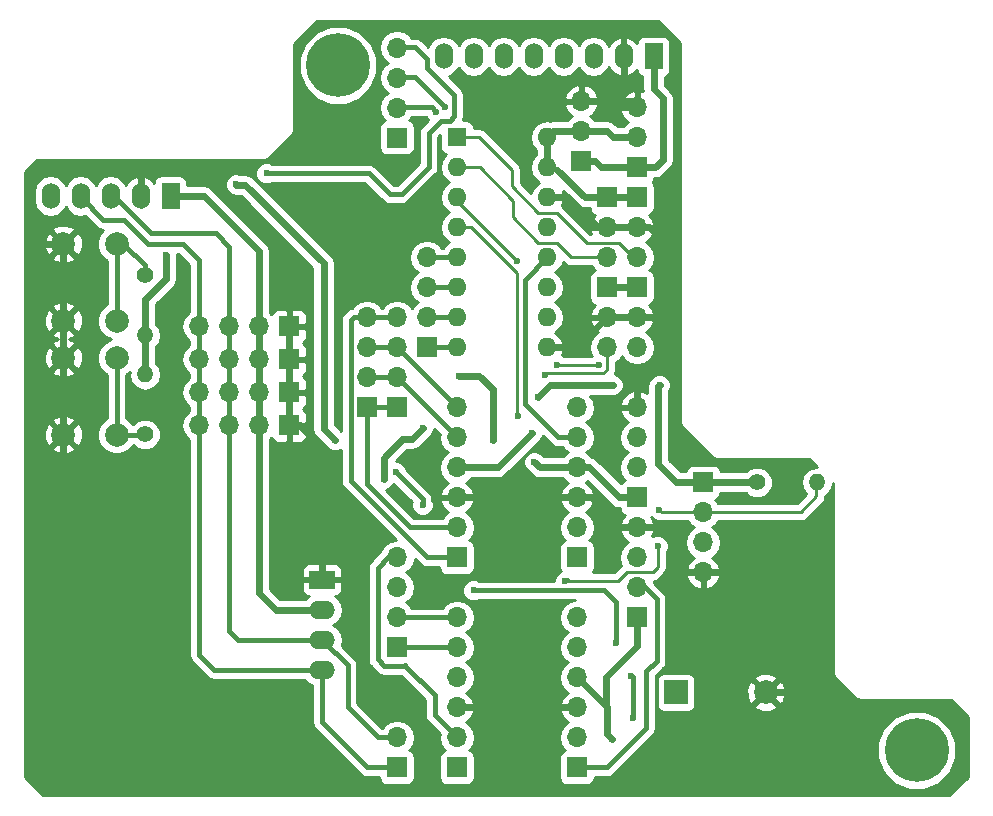
<source format=gtl>
G04 #@! TF.FileFunction,Copper,L1,Top,Signal*
%FSLAX46Y46*%
G04 Gerber Fmt 4.6, Leading zero omitted, Abs format (unit mm)*
G04 Created by KiCad (PCBNEW 4.0.5) date 11/17/17 15:23:21*
%MOMM*%
%LPD*%
G01*
G04 APERTURE LIST*
%ADD10C,0.100000*%
%ADD11C,5.400000*%
%ADD12R,1.700000X1.700000*%
%ADD13O,1.700000X1.700000*%
%ADD14R,1.600000X1.600000*%
%ADD15O,1.600000X1.600000*%
%ADD16R,2.199640X1.524000*%
%ADD17O,2.199640X1.524000*%
%ADD18R,1.524000X2.199640*%
%ADD19O,1.524000X2.199640*%
%ADD20C,2.000000*%
%ADD21R,2.000000X2.000000*%
%ADD22C,1.400000*%
%ADD23O,1.400000X1.400000*%
%ADD24C,0.600000*%
%ADD25C,0.600000*%
%ADD26C,0.250000*%
%ADD27C,0.400000*%
%ADD28C,0.254000*%
G04 APERTURE END LIST*
D10*
D11*
X173540000Y-123000000D03*
D12*
X145135600Y-73152000D03*
D13*
X145135600Y-70612000D03*
X145135600Y-68072000D03*
D14*
X134620000Y-71120000D03*
D15*
X142240000Y-88900000D03*
X134620000Y-73660000D03*
X142240000Y-86360000D03*
X134620000Y-76200000D03*
X142240000Y-83820000D03*
X134620000Y-78740000D03*
X142240000Y-81280000D03*
X134620000Y-81280000D03*
X142240000Y-78740000D03*
X134620000Y-83820000D03*
X142240000Y-76200000D03*
X134620000Y-86360000D03*
X142240000Y-73660000D03*
X134620000Y-88900000D03*
X142240000Y-71120000D03*
D13*
X134620000Y-93980000D03*
X134620000Y-96520000D03*
X134620000Y-99060000D03*
X134620000Y-101600000D03*
X134620000Y-104140000D03*
D12*
X134620000Y-106680000D03*
X144780000Y-106680000D03*
D13*
X144780000Y-104140000D03*
X144780000Y-101600000D03*
X144780000Y-99060000D03*
X144780000Y-96520000D03*
X144780000Y-93980000D03*
X134620000Y-111760000D03*
X134620000Y-114300000D03*
X134620000Y-116840000D03*
X134620000Y-119380000D03*
X134620000Y-121920000D03*
D12*
X134620000Y-124460000D03*
X144780000Y-124460000D03*
D13*
X144780000Y-121920000D03*
X144780000Y-119380000D03*
X144780000Y-116840000D03*
X144780000Y-114300000D03*
X144780000Y-111760000D03*
D12*
X149860000Y-101600000D03*
D13*
X149860000Y-99060000D03*
X149860000Y-96520000D03*
X149860000Y-93980000D03*
D12*
X149860000Y-76200000D03*
D13*
X149860000Y-78740000D03*
X149860000Y-81280000D03*
D12*
X147320000Y-76200000D03*
D13*
X147320000Y-78740000D03*
X147320000Y-81280000D03*
D12*
X149860000Y-83820000D03*
D13*
X149860000Y-86360000D03*
X149860000Y-88900000D03*
D12*
X147320000Y-83820000D03*
D13*
X147320000Y-86360000D03*
X147320000Y-88900000D03*
D12*
X129540000Y-93980000D03*
D13*
X129540000Y-91440000D03*
X129540000Y-88900000D03*
X129540000Y-86360000D03*
D12*
X129540000Y-114300000D03*
D13*
X129540000Y-111760000D03*
X129540000Y-109220000D03*
X129540000Y-106680000D03*
D12*
X127000000Y-93980000D03*
D13*
X127000000Y-91440000D03*
X127000000Y-88900000D03*
X127000000Y-86360000D03*
D12*
X149860000Y-111760000D03*
D13*
X149860000Y-109220000D03*
X149860000Y-106680000D03*
X149860000Y-104140000D03*
D12*
X149860000Y-73660000D03*
D13*
X149860000Y-71120000D03*
X149860000Y-68580000D03*
D12*
X132080000Y-88900000D03*
D13*
X132080000Y-86360000D03*
X132080000Y-83820000D03*
X132080000Y-81280000D03*
D16*
X123190000Y-108585000D03*
D17*
X123190000Y-111125000D03*
X123190000Y-113665000D03*
X123190000Y-116205000D03*
D12*
X129540000Y-124460000D03*
D13*
X129540000Y-121920000D03*
D18*
X110363000Y-76073000D03*
D19*
X107823000Y-76073000D03*
X105283000Y-76073000D03*
X102743000Y-76073000D03*
X100203000Y-76073000D03*
D18*
X151257000Y-64262000D03*
D19*
X148717000Y-64262000D03*
X146177000Y-64262000D03*
X143637000Y-64262000D03*
X141097000Y-64262000D03*
X138557000Y-64262000D03*
X136017000Y-64262000D03*
X133477000Y-64262000D03*
D20*
X101291000Y-89789000D03*
X105791000Y-89789000D03*
X101291000Y-96289000D03*
X105791000Y-96289000D03*
X101291000Y-80137000D03*
X105791000Y-80137000D03*
X101291000Y-86637000D03*
X105791000Y-86637000D03*
D12*
X155448000Y-100330000D03*
D13*
X155448000Y-102870000D03*
X155448000Y-105410000D03*
X155448000Y-107950000D03*
D12*
X120396000Y-87122000D03*
D13*
X117856000Y-87122000D03*
X115316000Y-87122000D03*
X112776000Y-87122000D03*
D12*
X120396000Y-89916000D03*
D13*
X117856000Y-89916000D03*
X115316000Y-89916000D03*
X112776000Y-89916000D03*
D12*
X120396000Y-92710000D03*
D13*
X117856000Y-92710000D03*
X115316000Y-92710000D03*
X112776000Y-92710000D03*
D12*
X120396000Y-95504000D03*
D13*
X117856000Y-95504000D03*
X115316000Y-95504000D03*
X112776000Y-95504000D03*
D12*
X129540000Y-71125080D03*
D13*
X129540000Y-68585080D03*
X129540000Y-66045080D03*
X129540000Y-63505080D03*
D11*
X124540000Y-65000000D03*
D21*
X153162000Y-118110000D03*
D20*
X160762000Y-118110000D03*
D22*
X160020000Y-100330000D03*
D23*
X165100000Y-100330000D03*
D22*
X108204000Y-82804000D03*
D23*
X108204000Y-87884000D03*
D22*
X108204000Y-96266000D03*
D23*
X108204000Y-91186000D03*
D24*
X147828000Y-92075000D03*
X141478000Y-93091000D03*
X140970000Y-96139000D03*
X151765000Y-92075000D03*
X141152880Y-98602800D03*
X137632440Y-96702880D03*
X134762240Y-91328240D03*
X131749800Y-95707200D03*
X128397000Y-100015040D03*
X124282200Y-96774000D03*
X115925600Y-75102720D03*
X109956600Y-81092040D03*
X147701000Y-122047000D03*
X152665002Y-80645000D03*
X139730480Y-81584800D03*
X143052800Y-90357960D03*
X146639280Y-90388440D03*
X142082520Y-91257120D03*
X139811760Y-94716600D03*
X131699000Y-102235000D03*
X136017000Y-109474000D03*
X148082000Y-113919000D03*
X149352000Y-116713000D03*
X149479000Y-120269000D03*
X133604000Y-68580000D03*
X129413000Y-99441000D03*
X151749760Y-102656640D03*
X151627840Y-105704640D03*
X132842000Y-68961000D03*
X143764000Y-108712000D03*
X118491000Y-74168000D03*
D25*
X155448000Y-100330000D02*
X160020000Y-100330000D01*
X110363000Y-76073000D02*
X113157000Y-76073000D01*
X117856000Y-80772000D02*
X117856000Y-87122000D01*
X113157000Y-76073000D02*
X117856000Y-80772000D01*
X155638500Y-100139500D02*
X155448000Y-100330000D01*
X117856000Y-89916000D02*
X117856000Y-92710000D01*
X117856000Y-95504000D02*
X117856000Y-92710000D01*
X117856000Y-87122000D02*
X117856000Y-95504000D01*
X147828000Y-92075000D02*
X146304000Y-92075000D01*
X146304000Y-92075000D02*
X142494000Y-92075000D01*
X142494000Y-92075000D02*
X141478000Y-93091000D01*
X140970000Y-96139000D02*
X138049000Y-99060000D01*
X138049000Y-99060000D02*
X134620000Y-99060000D01*
X153162000Y-100330000D02*
X155448000Y-100330000D01*
X151638000Y-98806000D02*
X153162000Y-100330000D01*
X151638000Y-92202000D02*
X151638000Y-98806000D01*
X151765000Y-92075000D02*
X151638000Y-92202000D01*
X117856000Y-95504000D02*
X117856000Y-109728000D01*
X117856000Y-109728000D02*
X119253000Y-111125000D01*
X119253000Y-111125000D02*
X123190000Y-111125000D01*
X155448000Y-100330000D02*
X154940000Y-100330000D01*
X151257000Y-64262000D02*
X151257000Y-67056000D01*
X151384000Y-73660000D02*
X149860000Y-73660000D01*
X152019000Y-73025000D02*
X151384000Y-73660000D01*
X152019000Y-67818000D02*
X152019000Y-73025000D01*
X151257000Y-67056000D02*
X152019000Y-67818000D01*
X145135600Y-73152000D02*
X146304000Y-73152000D01*
X146812000Y-73660000D02*
X149860000Y-73660000D01*
X146304000Y-73152000D02*
X146812000Y-73660000D01*
X108204000Y-87884000D02*
X108204000Y-91186000D01*
X109956600Y-82798920D02*
X109956600Y-83083400D01*
X144780000Y-99060000D02*
X141610080Y-99060000D01*
X141152880Y-98602800D02*
X141610080Y-99060000D01*
X137632440Y-92425520D02*
X137632440Y-96702880D01*
X136514840Y-91307920D02*
X137632440Y-92425520D01*
X134782560Y-91307920D02*
X136514840Y-91307920D01*
X134762240Y-91328240D02*
X134782560Y-91307920D01*
X130794760Y-96662240D02*
X131749800Y-95707200D01*
X129997200Y-96662240D02*
X130794760Y-96662240D01*
X128437640Y-98221800D02*
X129997200Y-96662240D01*
X128437640Y-99974400D02*
X128437640Y-98221800D01*
X128397000Y-100015040D02*
X128437640Y-99974400D01*
X123317000Y-95808800D02*
X124282200Y-96774000D01*
X123317000Y-81762600D02*
X123317000Y-95808800D01*
X116677440Y-75123040D02*
X123317000Y-81762600D01*
X115945920Y-75123040D02*
X116677440Y-75123040D01*
X115925600Y-75102720D02*
X115945920Y-75123040D01*
X109956600Y-82798920D02*
X109956600Y-81092040D01*
X108204000Y-84836000D02*
X108204000Y-87884000D01*
X109956600Y-83083400D02*
X108204000Y-84836000D01*
X147193000Y-119253000D02*
X147193000Y-116840000D01*
X147320000Y-119380000D02*
X147193000Y-119253000D01*
X147193000Y-119253000D02*
X144780000Y-116840000D01*
X147320000Y-121666000D02*
X147320000Y-119380000D01*
X147701000Y-122047000D02*
X147320000Y-121666000D01*
X142240000Y-73660000D02*
X142494000Y-73660000D01*
X143065500Y-73850500D02*
X145415000Y-76200000D01*
X145415000Y-76200000D02*
X147320000Y-76200000D01*
X144780000Y-99060000D02*
X145796000Y-99060000D01*
X148336000Y-101600000D02*
X149860000Y-101600000D01*
X145796000Y-99060000D02*
X148336000Y-101600000D01*
X147193000Y-116840000D02*
X149860000Y-114173000D01*
X149860000Y-114173000D02*
X149860000Y-111760000D01*
X147320000Y-83820000D02*
X149860000Y-83820000D01*
X142240000Y-71120000D02*
X142240000Y-73660000D01*
X145135600Y-70612000D02*
X142748000Y-70612000D01*
X142748000Y-70612000D02*
X142240000Y-71120000D01*
X145135600Y-70612000D02*
X147320000Y-70612000D01*
X147828000Y-71120000D02*
X149860000Y-71120000D01*
X147320000Y-70612000D02*
X147828000Y-71120000D01*
X147320000Y-76200000D02*
X149860000Y-76200000D01*
X162941000Y-118364000D02*
X162941000Y-118237000D01*
X162941000Y-118237000D02*
X162814000Y-118110000D01*
X162814000Y-118110000D02*
X160762000Y-118110000D01*
X107823000Y-76073000D02*
X107823000Y-74549000D01*
X99187000Y-80137000D02*
X101291000Y-80137000D01*
X98298000Y-79248000D02*
X99187000Y-80137000D01*
X98298000Y-74676000D02*
X98298000Y-79248000D01*
X99060000Y-73914000D02*
X98298000Y-74676000D01*
X107188000Y-73914000D02*
X99060000Y-73914000D01*
X107823000Y-74549000D02*
X107188000Y-73914000D01*
X107823000Y-76073000D02*
X107823000Y-76835000D01*
X149860000Y-86360000D02*
X151130000Y-86360000D01*
X151130000Y-86360000D02*
X152654000Y-87884000D01*
X152654000Y-87884000D02*
X152654000Y-89281000D01*
X152654000Y-89281000D02*
X149860000Y-92075000D01*
X149860000Y-92075000D02*
X149860000Y-93980000D01*
X152665002Y-80645000D02*
X152781000Y-80645000D01*
X120396000Y-92710000D02*
X120396000Y-95504000D01*
X120396000Y-87122000D02*
X120396000Y-89916000D01*
X101291000Y-80137000D02*
X101291000Y-86637000D01*
X101291000Y-96289000D02*
X101291000Y-89789000D01*
X120396000Y-87122000D02*
X120396000Y-95504000D01*
X152654000Y-87884000D02*
X152654000Y-89281000D01*
X149860000Y-92075000D02*
X149860000Y-93980000D01*
X152654000Y-89281000D02*
X149860000Y-92075000D01*
X142240000Y-88900000D02*
X144780000Y-88900000D01*
X144780000Y-88900000D02*
X147320000Y-86360000D01*
X155448000Y-107950000D02*
X154178000Y-107950000D01*
X151892000Y-104140000D02*
X149860000Y-104140000D01*
X153289000Y-105537000D02*
X151892000Y-104140000D01*
X153289000Y-107061000D02*
X153289000Y-105537000D01*
X154178000Y-107950000D02*
X153289000Y-107061000D01*
X149860000Y-104140000D02*
X148463000Y-104140000D01*
X148463000Y-104140000D02*
X145923000Y-101600000D01*
X145923000Y-101600000D02*
X144780000Y-101600000D01*
X134620000Y-101600000D02*
X144780000Y-101600000D01*
X120396000Y-95504000D02*
X121285000Y-95504000D01*
X121285000Y-95504000D02*
X123190000Y-97409000D01*
X123190000Y-97409000D02*
X123190000Y-108585000D01*
X145135600Y-68072000D02*
X146812000Y-68072000D01*
X148717000Y-66167000D02*
X148717000Y-64262000D01*
X146812000Y-68072000D02*
X148717000Y-66167000D01*
X145135600Y-68072000D02*
X149352000Y-68072000D01*
X149352000Y-68072000D02*
X149860000Y-68580000D01*
X152781000Y-88011000D02*
X152654000Y-87884000D01*
X152654000Y-87884000D02*
X151130000Y-86360000D01*
X151130000Y-86360000D02*
X147320000Y-86360000D01*
X101291000Y-80137000D02*
X100965000Y-80137000D01*
X149860000Y-78740000D02*
X150876000Y-78740000D01*
X152781000Y-80645000D02*
X152781000Y-88011000D01*
X150876000Y-78740000D02*
X152781000Y-80645000D01*
X142240000Y-76200000D02*
X144018000Y-76200000D01*
X144018000Y-76200000D02*
X146558000Y-78740000D01*
X146558000Y-78740000D02*
X149860000Y-78740000D01*
X162941000Y-118364000D02*
X162941000Y-124079000D01*
X134620000Y-119380000D02*
X136779000Y-119380000D01*
X139192000Y-121793000D02*
X139192000Y-126111000D01*
X136779000Y-119380000D02*
X139192000Y-121793000D01*
X144780000Y-119380000D02*
X143129000Y-119380000D01*
X141986000Y-120523000D02*
X141986000Y-126111000D01*
X143129000Y-119380000D02*
X141986000Y-120523000D01*
X101291000Y-80137000D02*
X101291000Y-103577000D01*
X101291000Y-113483000D02*
X112268000Y-124460000D01*
X112268000Y-124460000D02*
X125349000Y-124460000D01*
X125349000Y-124460000D02*
X127000000Y-126111000D01*
X127000000Y-126111000D02*
X139192000Y-126111000D01*
X101291000Y-103577000D02*
X101291000Y-113483000D01*
X162433000Y-107950000D02*
X155448000Y-107950000D01*
X165735000Y-111252000D02*
X165608000Y-111125000D01*
X165608000Y-111125000D02*
X162433000Y-107950000D01*
X165735000Y-121285000D02*
X165735000Y-111252000D01*
X162941000Y-124079000D02*
X165735000Y-121285000D01*
X160909000Y-126111000D02*
X162941000Y-124079000D01*
X139192000Y-126111000D02*
X141986000Y-126111000D01*
X141986000Y-126111000D02*
X160909000Y-126111000D01*
D26*
X149860000Y-81280000D02*
X149519640Y-81280000D01*
X149519640Y-81280000D02*
X148295360Y-80055720D01*
X148295360Y-80055720D02*
X145587720Y-80055720D01*
X145587720Y-80055720D02*
X143057880Y-77525880D01*
X143057880Y-77525880D02*
X141513560Y-77525880D01*
X141513560Y-77525880D02*
X139252960Y-75265280D01*
X139252960Y-75265280D02*
X139252960Y-73863200D01*
X139252960Y-73863200D02*
X136509760Y-71120000D01*
X136509760Y-71120000D02*
X134620000Y-71120000D01*
X147320000Y-81280000D02*
X144312640Y-81280000D01*
X136530080Y-73660000D02*
X134620000Y-73660000D01*
X139334240Y-76464160D02*
X136530080Y-73660000D01*
X139334240Y-77866240D02*
X139334240Y-76464160D01*
X141488160Y-80020160D02*
X139334240Y-77866240D01*
X143052800Y-80020160D02*
X141488160Y-80020160D01*
X144312640Y-81280000D02*
X143052800Y-80020160D01*
X134620000Y-76200000D02*
X134620000Y-76474320D01*
X134620000Y-76474320D02*
X139730480Y-81584800D01*
X143052800Y-90357960D02*
X143083280Y-90388440D01*
X143083280Y-90388440D02*
X146639280Y-90388440D01*
X134620000Y-78740000D02*
X135839200Y-78740000D01*
X147320000Y-90774520D02*
X147320000Y-88900000D01*
X146989800Y-91104720D02*
X147320000Y-90774520D01*
X142234920Y-91104720D02*
X146989800Y-91104720D01*
X142082520Y-91257120D02*
X142234920Y-91104720D01*
X139674600Y-94579440D02*
X139811760Y-94716600D01*
X139674600Y-82575400D02*
X139674600Y-94579440D01*
X135839200Y-78740000D02*
X139674600Y-82575400D01*
D27*
X112776000Y-92710000D02*
X112776000Y-95504000D01*
X112776000Y-89916000D02*
X112776000Y-92710000D01*
X112776000Y-87122000D02*
X112776000Y-95504000D01*
X123190000Y-116205000D02*
X123190000Y-120650000D01*
X127000000Y-124460000D02*
X129540000Y-124460000D01*
X123190000Y-120650000D02*
X127000000Y-124460000D01*
X112776000Y-95504000D02*
X112776000Y-114935000D01*
X114046000Y-116205000D02*
X123190000Y-116205000D01*
X112776000Y-114935000D02*
X114046000Y-116205000D01*
X102743000Y-76073000D02*
X102743000Y-76200000D01*
X102743000Y-76200000D02*
X104648000Y-78105000D01*
X104648000Y-78105000D02*
X106426000Y-78105000D01*
X106426000Y-78105000D02*
X108458000Y-80137000D01*
X108458000Y-80137000D02*
X111379000Y-80137000D01*
X111379000Y-80137000D02*
X112776000Y-81534000D01*
X112776000Y-81534000D02*
X112776000Y-87122000D01*
X115316000Y-89916000D02*
X115316000Y-87122000D01*
X115316000Y-92710000D02*
X115316000Y-89916000D01*
X115316000Y-87122000D02*
X115316000Y-95504000D01*
X129540000Y-121920000D02*
X127889000Y-121920000D01*
X125349000Y-115824000D02*
X123190000Y-113665000D01*
X125349000Y-119380000D02*
X125349000Y-115824000D01*
X127889000Y-121920000D02*
X125349000Y-119380000D01*
X115316000Y-95504000D02*
X115316000Y-112903000D01*
X115316000Y-112903000D02*
X116078000Y-113665000D01*
X116078000Y-113665000D02*
X123190000Y-113665000D01*
X105283000Y-76073000D02*
X105537000Y-76073000D01*
X105537000Y-76073000D02*
X108712000Y-79248000D01*
X115316000Y-80391000D02*
X115316000Y-87122000D01*
X114173000Y-79248000D02*
X115316000Y-80391000D01*
X108712000Y-79248000D02*
X114173000Y-79248000D01*
X134620000Y-104140000D02*
X130637280Y-104140000D01*
X127000000Y-100502720D02*
X127000000Y-93980000D01*
X130637280Y-104140000D02*
X127000000Y-100502720D01*
X127000000Y-93980000D02*
X129540000Y-93980000D01*
X129540000Y-91440000D02*
X134620000Y-96520000D01*
X127000000Y-91440000D02*
X129540000Y-91440000D01*
X129540000Y-88900000D02*
X134620000Y-93980000D01*
X127000000Y-88900000D02*
X129540000Y-88900000D01*
X127000000Y-86360000D02*
X125857000Y-86360000D01*
X132080000Y-106680000D02*
X134620000Y-106680000D01*
X125603000Y-100203000D02*
X132080000Y-106680000D01*
X125603000Y-86614000D02*
X125603000Y-100203000D01*
X125857000Y-86360000D02*
X125603000Y-86614000D01*
X127000000Y-86360000D02*
X126746000Y-86360000D01*
X127000000Y-86360000D02*
X129540000Y-86360000D01*
X144780000Y-124460000D02*
X147320000Y-124460000D01*
X151511000Y-110236000D02*
X150495000Y-109220000D01*
X151511000Y-115443000D02*
X151511000Y-110236000D01*
X150622000Y-116332000D02*
X151511000Y-115443000D01*
X150622000Y-121158000D02*
X150622000Y-116332000D01*
X147320000Y-124460000D02*
X150622000Y-121158000D01*
X150495000Y-109220000D02*
X149860000Y-109220000D01*
X129540000Y-114300000D02*
X134620000Y-114300000D01*
X134620000Y-111760000D02*
X129540000Y-111760000D01*
X130238500Y-115887500D02*
X128460500Y-115887500D01*
X127889000Y-107569000D02*
X128778000Y-106680000D01*
X127889000Y-115316000D02*
X127889000Y-107569000D01*
X128460500Y-115887500D02*
X127889000Y-115316000D01*
X128778000Y-106680000D02*
X129540000Y-106680000D01*
X134620000Y-121920000D02*
X132715000Y-120015000D01*
X132715000Y-118364000D02*
X130238500Y-115887500D01*
X130238500Y-115887500D02*
X130175000Y-115824000D01*
X132715000Y-120015000D02*
X132715000Y-118364000D01*
X144780000Y-96520000D02*
X143129000Y-96520000D01*
X140335000Y-83185000D02*
X142240000Y-81280000D01*
X140335000Y-93726000D02*
X140335000Y-83185000D01*
X143129000Y-96520000D02*
X140335000Y-93726000D01*
X132080000Y-88900000D02*
X134620000Y-88900000D01*
X132080000Y-86360000D02*
X134620000Y-86360000D01*
X132080000Y-83820000D02*
X134620000Y-83820000D01*
X132080000Y-81280000D02*
X134620000Y-81280000D01*
X129413000Y-99441000D02*
X131699000Y-101727000D01*
X131699000Y-101727000D02*
X131699000Y-102235000D01*
X136017000Y-109474000D02*
X143891000Y-109474000D01*
X143891000Y-109474000D02*
X147066000Y-109474000D01*
X147066000Y-109474000D02*
X148082000Y-110490000D01*
X148082000Y-110490000D02*
X148082000Y-113919000D01*
X149352000Y-116713000D02*
X149479000Y-116840000D01*
X149479000Y-116840000D02*
X149479000Y-120269000D01*
X131064000Y-66040000D02*
X129540000Y-66040000D01*
X131064000Y-66040000D02*
X133604000Y-68580000D01*
D26*
X165053000Y-100139500D02*
X165053000Y-101520000D01*
X163703000Y-102870000D02*
X155448000Y-102870000D01*
X165053000Y-101520000D02*
X163703000Y-102870000D01*
X143764000Y-108712000D02*
X148254720Y-108712000D01*
X151963120Y-102870000D02*
X155448000Y-102870000D01*
X151749760Y-102656640D02*
X151963120Y-102870000D01*
X151627840Y-107492800D02*
X151627840Y-105704640D01*
X151180800Y-107939840D02*
X151627840Y-107492800D01*
X149026880Y-107939840D02*
X151180800Y-107939840D01*
X148254720Y-108712000D02*
X149026880Y-107939840D01*
D27*
X132461000Y-68580000D02*
X132842000Y-68961000D01*
X132461000Y-68580000D02*
X129540000Y-68580000D01*
X143764000Y-108712000D02*
X143891000Y-108585000D01*
X105791000Y-96289000D02*
X108181000Y-96289000D01*
X108181000Y-96289000D02*
X108204000Y-96266000D01*
X105791000Y-96289000D02*
X105791000Y-89789000D01*
X108204000Y-82804000D02*
X108204000Y-81962000D01*
X108204000Y-81962000D02*
X106379000Y-80137000D01*
X134366000Y-68707000D02*
X134366000Y-69342000D01*
X131064000Y-63500000D02*
X132080000Y-64516000D01*
X132080000Y-64516000D02*
X132080000Y-65278000D01*
X132080000Y-65278000D02*
X134366000Y-67564000D01*
X134366000Y-67564000D02*
X134366000Y-68707000D01*
X127127000Y-74168000D02*
X118491000Y-74168000D01*
X128905000Y-75946000D02*
X127127000Y-74168000D01*
X129921000Y-75946000D02*
X128905000Y-75946000D01*
X131064000Y-63500000D02*
X129540000Y-63500000D01*
X132207000Y-73660000D02*
X129921000Y-75946000D01*
X132207000Y-70739000D02*
X132207000Y-73660000D01*
X133223000Y-69723000D02*
X132207000Y-70739000D01*
X133985000Y-69723000D02*
X133223000Y-69723000D01*
X134366000Y-69342000D02*
X133985000Y-69723000D01*
X129540000Y-63500000D02*
X130302000Y-63500000D01*
X105791000Y-86637000D02*
X105791000Y-80137000D01*
X105791000Y-80137000D02*
X106379000Y-80137000D01*
D28*
G36*
X153531500Y-63159092D02*
X153531500Y-95186500D01*
X153585546Y-95458205D01*
X153739454Y-95688546D01*
X156152454Y-98101546D01*
X156382795Y-98255454D01*
X156654500Y-98309500D01*
X164424908Y-98309500D01*
X165110408Y-98995000D01*
X165073846Y-98995000D01*
X164562964Y-99096621D01*
X164129858Y-99386012D01*
X163840467Y-99819118D01*
X163738846Y-100330000D01*
X163840467Y-100840882D01*
X164129858Y-101273988D01*
X164186418Y-101311780D01*
X163388198Y-102110000D01*
X156720954Y-102110000D01*
X156527147Y-101819946D01*
X156485548Y-101792150D01*
X156533317Y-101783162D01*
X156749441Y-101644090D01*
X156894431Y-101431890D01*
X156928227Y-101265000D01*
X159067040Y-101265000D01*
X159262796Y-101461098D01*
X159753287Y-101664768D01*
X160284383Y-101665231D01*
X160775229Y-101462418D01*
X161151098Y-101087204D01*
X161354768Y-100596713D01*
X161355231Y-100065617D01*
X161152418Y-99574771D01*
X160777204Y-99198902D01*
X160286713Y-98995232D01*
X159755617Y-98994769D01*
X159264771Y-99197582D01*
X159067008Y-99395000D01*
X156929446Y-99395000D01*
X156901162Y-99244683D01*
X156762090Y-99028559D01*
X156549890Y-98883569D01*
X156298000Y-98832560D01*
X154598000Y-98832560D01*
X154362683Y-98876838D01*
X154146559Y-99015910D01*
X154001569Y-99228110D01*
X153967773Y-99395000D01*
X153549290Y-99395000D01*
X152573000Y-98418710D01*
X152573000Y-92567257D01*
X152699838Y-92261799D01*
X152700162Y-91889833D01*
X152558117Y-91546057D01*
X152295327Y-91282808D01*
X151951799Y-91140162D01*
X151579833Y-91139838D01*
X151236057Y-91281883D01*
X150972808Y-91544673D01*
X150970352Y-91550587D01*
X150774173Y-91844191D01*
X150703000Y-92202000D01*
X150703000Y-92766803D01*
X150216892Y-92538514D01*
X149987000Y-92659181D01*
X149987000Y-93853000D01*
X150007000Y-93853000D01*
X150007000Y-94107000D01*
X149987000Y-94107000D01*
X149987000Y-94127000D01*
X149733000Y-94127000D01*
X149733000Y-94107000D01*
X148539845Y-94107000D01*
X148418524Y-94336890D01*
X148588355Y-94746924D01*
X148978642Y-95175183D01*
X149121553Y-95242298D01*
X148780853Y-95469946D01*
X148458946Y-95951715D01*
X148345907Y-96520000D01*
X148458946Y-97088285D01*
X148780853Y-97570054D01*
X149110026Y-97790000D01*
X148780853Y-98009946D01*
X148458946Y-98491715D01*
X148345907Y-99060000D01*
X148458946Y-99628285D01*
X148780853Y-100110054D01*
X148822452Y-100137850D01*
X148774683Y-100146838D01*
X148558559Y-100285910D01*
X148471547Y-100413257D01*
X146457145Y-98398855D01*
X146153809Y-98196173D01*
X145957487Y-98157122D01*
X145859147Y-98009946D01*
X145529974Y-97790000D01*
X145859147Y-97570054D01*
X146181054Y-97088285D01*
X146294093Y-96520000D01*
X146181054Y-95951715D01*
X145859147Y-95469946D01*
X145529974Y-95250000D01*
X145859147Y-95030054D01*
X146181054Y-94548285D01*
X146294093Y-93980000D01*
X146223104Y-93623110D01*
X148418524Y-93623110D01*
X148539845Y-93853000D01*
X149733000Y-93853000D01*
X149733000Y-92659181D01*
X149503108Y-92538514D01*
X148978642Y-92784817D01*
X148588355Y-93213076D01*
X148418524Y-93623110D01*
X146223104Y-93623110D01*
X146181054Y-93411715D01*
X145912637Y-93010000D01*
X147827184Y-93010000D01*
X148013167Y-93010162D01*
X148356943Y-92868117D01*
X148620192Y-92605327D01*
X148762838Y-92261799D01*
X148763162Y-91889833D01*
X148621117Y-91546057D01*
X148358327Y-91282808D01*
X148014799Y-91140162D01*
X147972192Y-91140125D01*
X148022148Y-91065360D01*
X148080000Y-90774520D01*
X148080000Y-90163301D01*
X148399147Y-89950054D01*
X148590000Y-89664422D01*
X148780853Y-89950054D01*
X149262622Y-90271961D01*
X149830907Y-90385000D01*
X149889093Y-90385000D01*
X150457378Y-90271961D01*
X150939147Y-89950054D01*
X151261054Y-89468285D01*
X151374093Y-88900000D01*
X151261054Y-88331715D01*
X150939147Y-87849946D01*
X150598447Y-87622298D01*
X150741358Y-87555183D01*
X151131645Y-87126924D01*
X151301476Y-86716890D01*
X151180155Y-86487000D01*
X149987000Y-86487000D01*
X149987000Y-86507000D01*
X149733000Y-86507000D01*
X149733000Y-86487000D01*
X147447000Y-86487000D01*
X147447000Y-86507000D01*
X147193000Y-86507000D01*
X147193000Y-86487000D01*
X145999845Y-86487000D01*
X145878524Y-86716890D01*
X146048355Y-87126924D01*
X146438642Y-87555183D01*
X146581553Y-87622298D01*
X146240853Y-87849946D01*
X145918946Y-88331715D01*
X145805907Y-88900000D01*
X145918946Y-89468285D01*
X146025958Y-89628440D01*
X143645690Y-89628440D01*
X143583127Y-89565768D01*
X143512813Y-89536571D01*
X143631904Y-89249039D01*
X143509915Y-89027000D01*
X142367000Y-89027000D01*
X142367000Y-89047000D01*
X142113000Y-89047000D01*
X142113000Y-89027000D01*
X142093000Y-89027000D01*
X142093000Y-88773000D01*
X142113000Y-88773000D01*
X142113000Y-88753000D01*
X142367000Y-88753000D01*
X142367000Y-88773000D01*
X143509915Y-88773000D01*
X143631904Y-88550961D01*
X143471041Y-88162577D01*
X143095134Y-87747611D01*
X142878297Y-87644986D01*
X143282811Y-87374698D01*
X143593880Y-86909151D01*
X143703113Y-86360000D01*
X143593880Y-85810849D01*
X143282811Y-85345302D01*
X142900725Y-85090000D01*
X143282811Y-84834698D01*
X143593880Y-84369151D01*
X143703113Y-83820000D01*
X143593880Y-83270849D01*
X143282811Y-82805302D01*
X142900725Y-82550000D01*
X143282811Y-82294698D01*
X143593880Y-81829151D01*
X143625919Y-81668081D01*
X143775239Y-81817401D01*
X144021801Y-81982148D01*
X144312640Y-82040000D01*
X146047046Y-82040000D01*
X146240853Y-82330054D01*
X146282452Y-82357850D01*
X146234683Y-82366838D01*
X146018559Y-82505910D01*
X145873569Y-82718110D01*
X145822560Y-82970000D01*
X145822560Y-84670000D01*
X145866838Y-84905317D01*
X146005910Y-85121441D01*
X146218110Y-85266431D01*
X146326107Y-85288301D01*
X146048355Y-85593076D01*
X145878524Y-86003110D01*
X145999845Y-86233000D01*
X147193000Y-86233000D01*
X147193000Y-86213000D01*
X147447000Y-86213000D01*
X147447000Y-86233000D01*
X149733000Y-86233000D01*
X149733000Y-86213000D01*
X149987000Y-86213000D01*
X149987000Y-86233000D01*
X151180155Y-86233000D01*
X151301476Y-86003110D01*
X151131645Y-85593076D01*
X150855499Y-85290063D01*
X150945317Y-85273162D01*
X151161441Y-85134090D01*
X151306431Y-84921890D01*
X151357440Y-84670000D01*
X151357440Y-82970000D01*
X151313162Y-82734683D01*
X151174090Y-82518559D01*
X150961890Y-82373569D01*
X150894459Y-82359914D01*
X150939147Y-82330054D01*
X151261054Y-81848285D01*
X151374093Y-81280000D01*
X151261054Y-80711715D01*
X150939147Y-80229946D01*
X150598447Y-80002298D01*
X150741358Y-79935183D01*
X151131645Y-79506924D01*
X151301476Y-79096890D01*
X151180155Y-78867000D01*
X149987000Y-78867000D01*
X149987000Y-78887000D01*
X149733000Y-78887000D01*
X149733000Y-78867000D01*
X147447000Y-78867000D01*
X147447000Y-78887000D01*
X147193000Y-78887000D01*
X147193000Y-78867000D01*
X145999845Y-78867000D01*
X145878524Y-79096890D01*
X145960877Y-79295720D01*
X145902522Y-79295720D01*
X143595281Y-76988479D01*
X143481408Y-76912392D01*
X143631904Y-76549039D01*
X143509915Y-76327000D01*
X142367000Y-76327000D01*
X142367000Y-76347000D01*
X142113000Y-76347000D01*
X142113000Y-76327000D01*
X142093000Y-76327000D01*
X142093000Y-76073000D01*
X142113000Y-76073000D01*
X142113000Y-76053000D01*
X142367000Y-76053000D01*
X142367000Y-76073000D01*
X143509915Y-76073000D01*
X143631904Y-75850961D01*
X143552882Y-75660172D01*
X144753855Y-76861145D01*
X145057191Y-77063827D01*
X145415000Y-77135000D01*
X145838554Y-77135000D01*
X145866838Y-77285317D01*
X146005910Y-77501441D01*
X146218110Y-77646431D01*
X146326107Y-77668301D01*
X146048355Y-77973076D01*
X145878524Y-78383110D01*
X145999845Y-78613000D01*
X147193000Y-78613000D01*
X147193000Y-78593000D01*
X147447000Y-78593000D01*
X147447000Y-78613000D01*
X149733000Y-78613000D01*
X149733000Y-78593000D01*
X149987000Y-78593000D01*
X149987000Y-78613000D01*
X151180155Y-78613000D01*
X151301476Y-78383110D01*
X151131645Y-77973076D01*
X150855499Y-77670063D01*
X150945317Y-77653162D01*
X151161441Y-77514090D01*
X151306431Y-77301890D01*
X151357440Y-77050000D01*
X151357440Y-75350000D01*
X151313162Y-75114683D01*
X151192985Y-74927923D01*
X151306431Y-74761890D01*
X151340227Y-74595000D01*
X151384000Y-74595000D01*
X151741809Y-74523827D01*
X152045145Y-74321145D01*
X152680145Y-73686145D01*
X152794303Y-73515295D01*
X152882827Y-73382809D01*
X152954000Y-73025000D01*
X152954000Y-67818000D01*
X152882827Y-67460191D01*
X152680145Y-67156855D01*
X152192000Y-66668710D01*
X152192000Y-65976708D01*
X152254317Y-65964982D01*
X152470441Y-65825910D01*
X152615431Y-65613710D01*
X152666440Y-65361820D01*
X152666440Y-63162180D01*
X152622162Y-62926863D01*
X152483090Y-62710739D01*
X152270890Y-62565749D01*
X152019000Y-62514740D01*
X150495000Y-62514740D01*
X150259683Y-62559018D01*
X150043559Y-62698090D01*
X149898569Y-62910290D01*
X149852079Y-63139867D01*
X149615026Y-62846550D01*
X149134277Y-62584920D01*
X149060070Y-62569960D01*
X148844000Y-62692460D01*
X148844000Y-64135000D01*
X148864000Y-64135000D01*
X148864000Y-64389000D01*
X148844000Y-64389000D01*
X148844000Y-65831540D01*
X149060070Y-65954040D01*
X149134277Y-65939080D01*
X149615026Y-65677450D01*
X149851819Y-65384454D01*
X149891838Y-65597137D01*
X150030910Y-65813261D01*
X150243110Y-65958251D01*
X150322000Y-65974227D01*
X150322000Y-67056000D01*
X150350935Y-67201464D01*
X150216892Y-67138514D01*
X149987000Y-67259181D01*
X149987000Y-68453000D01*
X150007000Y-68453000D01*
X150007000Y-68707000D01*
X149987000Y-68707000D01*
X149987000Y-68727000D01*
X149733000Y-68727000D01*
X149733000Y-68707000D01*
X148539845Y-68707000D01*
X148418524Y-68936890D01*
X148588355Y-69346924D01*
X148978642Y-69775183D01*
X149121553Y-69842298D01*
X148780853Y-70069946D01*
X148703977Y-70185000D01*
X148215290Y-70185000D01*
X147981145Y-69950855D01*
X147677809Y-69748173D01*
X147320000Y-69677000D01*
X146291623Y-69677000D01*
X146214747Y-69561946D01*
X145874047Y-69334298D01*
X146016958Y-69267183D01*
X146407245Y-68838924D01*
X146577076Y-68428890D01*
X146468479Y-68223110D01*
X148418524Y-68223110D01*
X148539845Y-68453000D01*
X149733000Y-68453000D01*
X149733000Y-67259181D01*
X149503108Y-67138514D01*
X148978642Y-67384817D01*
X148588355Y-67813076D01*
X148418524Y-68223110D01*
X146468479Y-68223110D01*
X146455755Y-68199000D01*
X145262600Y-68199000D01*
X145262600Y-68219000D01*
X145008600Y-68219000D01*
X145008600Y-68199000D01*
X143815445Y-68199000D01*
X143694124Y-68428890D01*
X143863955Y-68838924D01*
X144254242Y-69267183D01*
X144397153Y-69334298D01*
X144056453Y-69561946D01*
X143979577Y-69677000D01*
X142748000Y-69677000D01*
X142487948Y-69728728D01*
X142268113Y-69685000D01*
X142211887Y-69685000D01*
X141662736Y-69794233D01*
X141197189Y-70105302D01*
X140886120Y-70570849D01*
X140776887Y-71120000D01*
X140886120Y-71669151D01*
X141197189Y-72134698D01*
X141305000Y-72206735D01*
X141305000Y-72573265D01*
X141197189Y-72645302D01*
X140886120Y-73110849D01*
X140776887Y-73660000D01*
X140886120Y-74209151D01*
X141197189Y-74674698D01*
X141601703Y-74944986D01*
X141384866Y-75047611D01*
X141008959Y-75462577D01*
X140867235Y-75804753D01*
X140012960Y-74950478D01*
X140012960Y-73863200D01*
X139955108Y-73572361D01*
X139790361Y-73325799D01*
X137047161Y-70582599D01*
X136800599Y-70417852D01*
X136509760Y-70360000D01*
X136067440Y-70360000D01*
X136067440Y-70320000D01*
X136023162Y-70084683D01*
X135884090Y-69868559D01*
X135671890Y-69723569D01*
X135420000Y-69672560D01*
X135130076Y-69672560D01*
X135137439Y-69661541D01*
X135201000Y-69342000D01*
X135201000Y-67715110D01*
X143694124Y-67715110D01*
X143815445Y-67945000D01*
X145008600Y-67945000D01*
X145008600Y-66751181D01*
X145262600Y-66751181D01*
X145262600Y-67945000D01*
X146455755Y-67945000D01*
X146577076Y-67715110D01*
X146407245Y-67305076D01*
X146016958Y-66876817D01*
X145492492Y-66630514D01*
X145262600Y-66751181D01*
X145008600Y-66751181D01*
X144778708Y-66630514D01*
X144254242Y-66876817D01*
X143863955Y-67305076D01*
X143694124Y-67715110D01*
X135201000Y-67715110D01*
X135201000Y-67564000D01*
X135137439Y-67244459D01*
X134956434Y-66973566D01*
X133924635Y-65941767D01*
X134011609Y-65924467D01*
X134464828Y-65621635D01*
X134747000Y-65199336D01*
X135029172Y-65621635D01*
X135482391Y-65924467D01*
X136017000Y-66030807D01*
X136551609Y-65924467D01*
X137004828Y-65621635D01*
X137287000Y-65199336D01*
X137569172Y-65621635D01*
X138022391Y-65924467D01*
X138557000Y-66030807D01*
X139091609Y-65924467D01*
X139544828Y-65621635D01*
X139827000Y-65199336D01*
X140109172Y-65621635D01*
X140562391Y-65924467D01*
X141097000Y-66030807D01*
X141631609Y-65924467D01*
X142084828Y-65621635D01*
X142367000Y-65199336D01*
X142649172Y-65621635D01*
X143102391Y-65924467D01*
X143637000Y-66030807D01*
X144171609Y-65924467D01*
X144624828Y-65621635D01*
X144907000Y-65199336D01*
X145189172Y-65621635D01*
X145642391Y-65924467D01*
X146177000Y-66030807D01*
X146711609Y-65924467D01*
X147164828Y-65621635D01*
X147455647Y-65186394D01*
X147474941Y-65251761D01*
X147818974Y-65677450D01*
X148299723Y-65939080D01*
X148373930Y-65954040D01*
X148590000Y-65831540D01*
X148590000Y-64389000D01*
X148570000Y-64389000D01*
X148570000Y-64135000D01*
X148590000Y-64135000D01*
X148590000Y-62692460D01*
X148373930Y-62569960D01*
X148299723Y-62584920D01*
X147818974Y-62846550D01*
X147474941Y-63272239D01*
X147455647Y-63337606D01*
X147164828Y-62902365D01*
X146711609Y-62599533D01*
X146177000Y-62493193D01*
X145642391Y-62599533D01*
X145189172Y-62902365D01*
X144907000Y-63324664D01*
X144624828Y-62902365D01*
X144171609Y-62599533D01*
X143637000Y-62493193D01*
X143102391Y-62599533D01*
X142649172Y-62902365D01*
X142367000Y-63324664D01*
X142084828Y-62902365D01*
X141631609Y-62599533D01*
X141097000Y-62493193D01*
X140562391Y-62599533D01*
X140109172Y-62902365D01*
X139827000Y-63324664D01*
X139544828Y-62902365D01*
X139091609Y-62599533D01*
X138557000Y-62493193D01*
X138022391Y-62599533D01*
X137569172Y-62902365D01*
X137287000Y-63324664D01*
X137004828Y-62902365D01*
X136551609Y-62599533D01*
X136017000Y-62493193D01*
X135482391Y-62599533D01*
X135029172Y-62902365D01*
X134747000Y-63324664D01*
X134464828Y-62902365D01*
X134011609Y-62599533D01*
X133477000Y-62493193D01*
X132942391Y-62599533D01*
X132489172Y-62902365D01*
X132186340Y-63355584D01*
X132172090Y-63427222D01*
X131654434Y-62909566D01*
X131560124Y-62846550D01*
X131383541Y-62728561D01*
X131064000Y-62665000D01*
X130759447Y-62665000D01*
X130619147Y-62455026D01*
X130137378Y-62133119D01*
X129569093Y-62020080D01*
X129510907Y-62020080D01*
X128942622Y-62133119D01*
X128460853Y-62455026D01*
X128138946Y-62936795D01*
X128025907Y-63505080D01*
X128138946Y-64073365D01*
X128460853Y-64555134D01*
X128790026Y-64775080D01*
X128460853Y-64995026D01*
X128138946Y-65476795D01*
X128025907Y-66045080D01*
X128138946Y-66613365D01*
X128460853Y-67095134D01*
X128790026Y-67315080D01*
X128460853Y-67535026D01*
X128138946Y-68016795D01*
X128025907Y-68585080D01*
X128138946Y-69153365D01*
X128460853Y-69635134D01*
X128502452Y-69662930D01*
X128454683Y-69671918D01*
X128238559Y-69810990D01*
X128093569Y-70023190D01*
X128042560Y-70275080D01*
X128042560Y-71975080D01*
X128086838Y-72210397D01*
X128225910Y-72426521D01*
X128438110Y-72571511D01*
X128690000Y-72622520D01*
X130390000Y-72622520D01*
X130625317Y-72578242D01*
X130841441Y-72439170D01*
X130986431Y-72226970D01*
X131037440Y-71975080D01*
X131037440Y-70275080D01*
X130993162Y-70039763D01*
X130854090Y-69823639D01*
X130641890Y-69678649D01*
X130574459Y-69664994D01*
X130619147Y-69635134D01*
X130766235Y-69415000D01*
X132017917Y-69415000D01*
X132048883Y-69489943D01*
X132161937Y-69603195D01*
X131616566Y-70148566D01*
X131435561Y-70419459D01*
X131372000Y-70739000D01*
X131372000Y-73314132D01*
X129575132Y-75111000D01*
X129250868Y-75111000D01*
X127717434Y-73577566D01*
X127624239Y-73515295D01*
X127446541Y-73396561D01*
X127127000Y-73333000D01*
X118918234Y-73333000D01*
X118677799Y-73233162D01*
X118305833Y-73232838D01*
X117962057Y-73374883D01*
X117698808Y-73637673D01*
X117556162Y-73981201D01*
X117555838Y-74353167D01*
X117697883Y-74696943D01*
X117960673Y-74960192D01*
X118304201Y-75102838D01*
X118676167Y-75103162D01*
X118918578Y-75003000D01*
X126781132Y-75003000D01*
X128314566Y-76536434D01*
X128585460Y-76717440D01*
X128905000Y-76781000D01*
X129921000Y-76781000D01*
X130240541Y-76717439D01*
X130511434Y-76536434D01*
X132797434Y-74250434D01*
X132805145Y-74238893D01*
X132978439Y-73979541D01*
X133042000Y-73660000D01*
X133042000Y-71084868D01*
X133172560Y-70954308D01*
X133172560Y-71920000D01*
X133216838Y-72155317D01*
X133355910Y-72371441D01*
X133568110Y-72516431D01*
X133723089Y-72547815D01*
X133577189Y-72645302D01*
X133266120Y-73110849D01*
X133156887Y-73660000D01*
X133266120Y-74209151D01*
X133577189Y-74674698D01*
X133959275Y-74930000D01*
X133577189Y-75185302D01*
X133266120Y-75650849D01*
X133156887Y-76200000D01*
X133266120Y-76749151D01*
X133577189Y-77214698D01*
X133959275Y-77470000D01*
X133577189Y-77725302D01*
X133266120Y-78190849D01*
X133156887Y-78740000D01*
X133266120Y-79289151D01*
X133577189Y-79754698D01*
X133959275Y-80010000D01*
X133577189Y-80265302D01*
X133457118Y-80445000D01*
X133302841Y-80445000D01*
X133159147Y-80229946D01*
X132677378Y-79908039D01*
X132109093Y-79795000D01*
X132050907Y-79795000D01*
X131482622Y-79908039D01*
X131000853Y-80229946D01*
X130678946Y-80711715D01*
X130565907Y-81280000D01*
X130678946Y-81848285D01*
X131000853Y-82330054D01*
X131330026Y-82550000D01*
X131000853Y-82769946D01*
X130678946Y-83251715D01*
X130565907Y-83820000D01*
X130678946Y-84388285D01*
X131000853Y-84870054D01*
X131330026Y-85090000D01*
X131000853Y-85309946D01*
X130810000Y-85595578D01*
X130619147Y-85309946D01*
X130137378Y-84988039D01*
X129569093Y-84875000D01*
X129510907Y-84875000D01*
X128942622Y-84988039D01*
X128460853Y-85309946D01*
X128317159Y-85525000D01*
X128222841Y-85525000D01*
X128079147Y-85309946D01*
X127597378Y-84988039D01*
X127029093Y-84875000D01*
X126970907Y-84875000D01*
X126402622Y-84988039D01*
X125920853Y-85309946D01*
X125764921Y-85543316D01*
X125537459Y-85588561D01*
X125339331Y-85720946D01*
X125266566Y-85769566D01*
X125012566Y-86023566D01*
X124831561Y-86294459D01*
X124768000Y-86614000D01*
X124768000Y-95937510D01*
X124252000Y-95421510D01*
X124252000Y-81762600D01*
X124180827Y-81404791D01*
X123978145Y-81101455D01*
X117338585Y-74461895D01*
X117035249Y-74259213D01*
X116677440Y-74188040D01*
X116160945Y-74188040D01*
X116112399Y-74167882D01*
X115740433Y-74167558D01*
X115396657Y-74309603D01*
X115133408Y-74572393D01*
X114990762Y-74915921D01*
X114990438Y-75287887D01*
X115132483Y-75631663D01*
X115395273Y-75894912D01*
X115541138Y-75955481D01*
X115588111Y-75986867D01*
X115643034Y-75997792D01*
X115738801Y-76037558D01*
X115843409Y-76037649D01*
X115945920Y-76058040D01*
X116290150Y-76058040D01*
X122382000Y-82149890D01*
X122382000Y-95808800D01*
X122453173Y-96166609D01*
X122655855Y-96469945D01*
X123620764Y-97434854D01*
X123751873Y-97566192D01*
X124095401Y-97708838D01*
X124467367Y-97709162D01*
X124768000Y-97584943D01*
X124768000Y-100203000D01*
X124831561Y-100522541D01*
X124983544Y-100750000D01*
X125012566Y-100793434D01*
X129430188Y-105211056D01*
X128942622Y-105308039D01*
X128460853Y-105629946D01*
X128138946Y-106111715D01*
X128132373Y-106144759D01*
X127298566Y-106978566D01*
X127117561Y-107249459D01*
X127054000Y-107569000D01*
X127054000Y-115316000D01*
X127117561Y-115635541D01*
X127279567Y-115878000D01*
X127298566Y-115906434D01*
X127870066Y-116477934D01*
X128140959Y-116658939D01*
X128460500Y-116722500D01*
X129892632Y-116722500D01*
X131880000Y-118709868D01*
X131880000Y-120015000D01*
X131943561Y-120334541D01*
X132086216Y-120548039D01*
X132124566Y-120605434D01*
X133161193Y-121642061D01*
X133105907Y-121920000D01*
X133218946Y-122488285D01*
X133540853Y-122970054D01*
X133582452Y-122997850D01*
X133534683Y-123006838D01*
X133318559Y-123145910D01*
X133173569Y-123358110D01*
X133122560Y-123610000D01*
X133122560Y-125310000D01*
X133166838Y-125545317D01*
X133305910Y-125761441D01*
X133518110Y-125906431D01*
X133770000Y-125957440D01*
X135470000Y-125957440D01*
X135705317Y-125913162D01*
X135921441Y-125774090D01*
X136066431Y-125561890D01*
X136117440Y-125310000D01*
X136117440Y-123610000D01*
X136073162Y-123374683D01*
X135934090Y-123158559D01*
X135721890Y-123013569D01*
X135654459Y-122999914D01*
X135699147Y-122970054D01*
X136021054Y-122488285D01*
X136134093Y-121920000D01*
X136021054Y-121351715D01*
X135699147Y-120869946D01*
X135358447Y-120642298D01*
X135501358Y-120575183D01*
X135891645Y-120146924D01*
X136061476Y-119736890D01*
X135940155Y-119507000D01*
X134747000Y-119507000D01*
X134747000Y-119527000D01*
X134493000Y-119527000D01*
X134493000Y-119507000D01*
X134473000Y-119507000D01*
X134473000Y-119253000D01*
X134493000Y-119253000D01*
X134493000Y-119233000D01*
X134747000Y-119233000D01*
X134747000Y-119253000D01*
X135940155Y-119253000D01*
X136061476Y-119023110D01*
X135891645Y-118613076D01*
X135501358Y-118184817D01*
X135358447Y-118117702D01*
X135699147Y-117890054D01*
X136021054Y-117408285D01*
X136134093Y-116840000D01*
X136021054Y-116271715D01*
X135699147Y-115789946D01*
X135369974Y-115570000D01*
X135699147Y-115350054D01*
X136021054Y-114868285D01*
X136134093Y-114300000D01*
X136021054Y-113731715D01*
X135699147Y-113249946D01*
X135369974Y-113030000D01*
X135699147Y-112810054D01*
X136021054Y-112328285D01*
X136134093Y-111760000D01*
X136021054Y-111191715D01*
X135699147Y-110709946D01*
X135217378Y-110388039D01*
X134649093Y-110275000D01*
X134590907Y-110275000D01*
X134022622Y-110388039D01*
X133540853Y-110709946D01*
X133397159Y-110925000D01*
X130762841Y-110925000D01*
X130619147Y-110709946D01*
X130289974Y-110490000D01*
X130619147Y-110270054D01*
X130941054Y-109788285D01*
X130966737Y-109659167D01*
X135081838Y-109659167D01*
X135223883Y-110002943D01*
X135486673Y-110266192D01*
X135830201Y-110408838D01*
X136202167Y-110409162D01*
X136444578Y-110309000D01*
X144579978Y-110309000D01*
X144182622Y-110388039D01*
X143700853Y-110709946D01*
X143378946Y-111191715D01*
X143265907Y-111760000D01*
X143378946Y-112328285D01*
X143700853Y-112810054D01*
X144030026Y-113030000D01*
X143700853Y-113249946D01*
X143378946Y-113731715D01*
X143265907Y-114300000D01*
X143378946Y-114868285D01*
X143700853Y-115350054D01*
X144030026Y-115570000D01*
X143700853Y-115789946D01*
X143378946Y-116271715D01*
X143265907Y-116840000D01*
X143378946Y-117408285D01*
X143700853Y-117890054D01*
X144041553Y-118117702D01*
X143898642Y-118184817D01*
X143508355Y-118613076D01*
X143338524Y-119023110D01*
X143459845Y-119253000D01*
X144653000Y-119253000D01*
X144653000Y-119233000D01*
X144907000Y-119233000D01*
X144907000Y-119253000D01*
X144927000Y-119253000D01*
X144927000Y-119507000D01*
X144907000Y-119507000D01*
X144907000Y-119527000D01*
X144653000Y-119527000D01*
X144653000Y-119507000D01*
X143459845Y-119507000D01*
X143338524Y-119736890D01*
X143508355Y-120146924D01*
X143898642Y-120575183D01*
X144041553Y-120642298D01*
X143700853Y-120869946D01*
X143378946Y-121351715D01*
X143265907Y-121920000D01*
X143378946Y-122488285D01*
X143700853Y-122970054D01*
X143742452Y-122997850D01*
X143694683Y-123006838D01*
X143478559Y-123145910D01*
X143333569Y-123358110D01*
X143282560Y-123610000D01*
X143282560Y-125310000D01*
X143326838Y-125545317D01*
X143465910Y-125761441D01*
X143678110Y-125906431D01*
X143930000Y-125957440D01*
X145630000Y-125957440D01*
X145865317Y-125913162D01*
X146081441Y-125774090D01*
X146226431Y-125561890D01*
X146277440Y-125310000D01*
X146277440Y-125295000D01*
X147320000Y-125295000D01*
X147639541Y-125231439D01*
X147910434Y-125050434D01*
X149300406Y-123660462D01*
X170204422Y-123660462D01*
X170711076Y-124886658D01*
X171648407Y-125825627D01*
X172873717Y-126334420D01*
X174200462Y-126335578D01*
X175426658Y-125828924D01*
X176365627Y-124891593D01*
X176874420Y-123666283D01*
X176875578Y-122339538D01*
X176368924Y-121113342D01*
X175431593Y-120174373D01*
X174206283Y-119665580D01*
X172879538Y-119664422D01*
X171653342Y-120171076D01*
X170714373Y-121108407D01*
X170205580Y-122333717D01*
X170204422Y-123660462D01*
X149300406Y-123660462D01*
X151212434Y-121748434D01*
X151252019Y-121689191D01*
X151393439Y-121477541D01*
X151457000Y-121158000D01*
X151457000Y-117110000D01*
X151514560Y-117110000D01*
X151514560Y-119110000D01*
X151558838Y-119345317D01*
X151697910Y-119561441D01*
X151910110Y-119706431D01*
X152162000Y-119757440D01*
X154162000Y-119757440D01*
X154397317Y-119713162D01*
X154613441Y-119574090D01*
X154758431Y-119361890D01*
X154778551Y-119262532D01*
X159789073Y-119262532D01*
X159887736Y-119529387D01*
X160497461Y-119755908D01*
X161147460Y-119731856D01*
X161636264Y-119529387D01*
X161734927Y-119262532D01*
X160762000Y-118289605D01*
X159789073Y-119262532D01*
X154778551Y-119262532D01*
X154809440Y-119110000D01*
X154809440Y-117845461D01*
X159116092Y-117845461D01*
X159140144Y-118495460D01*
X159342613Y-118984264D01*
X159609468Y-119082927D01*
X160582395Y-118110000D01*
X160941605Y-118110000D01*
X161914532Y-119082927D01*
X162181387Y-118984264D01*
X162407908Y-118374539D01*
X162383856Y-117724540D01*
X162181387Y-117235736D01*
X161914532Y-117137073D01*
X160941605Y-118110000D01*
X160582395Y-118110000D01*
X159609468Y-117137073D01*
X159342613Y-117235736D01*
X159116092Y-117845461D01*
X154809440Y-117845461D01*
X154809440Y-117110000D01*
X154780740Y-116957468D01*
X159789073Y-116957468D01*
X160762000Y-117930395D01*
X161734927Y-116957468D01*
X161636264Y-116690613D01*
X161026539Y-116464092D01*
X160376540Y-116488144D01*
X159887736Y-116690613D01*
X159789073Y-116957468D01*
X154780740Y-116957468D01*
X154765162Y-116874683D01*
X154626090Y-116658559D01*
X154413890Y-116513569D01*
X154162000Y-116462560D01*
X152162000Y-116462560D01*
X151926683Y-116506838D01*
X151710559Y-116645910D01*
X151565569Y-116858110D01*
X151514560Y-117110000D01*
X151457000Y-117110000D01*
X151457000Y-116677868D01*
X152101434Y-116033434D01*
X152120433Y-116005000D01*
X152282439Y-115762541D01*
X152346000Y-115443000D01*
X152346000Y-110236000D01*
X152282439Y-109916459D01*
X152101434Y-109645566D01*
X151299161Y-108843293D01*
X151267208Y-108682652D01*
X151471639Y-108641988D01*
X151718201Y-108477241D01*
X151888552Y-108306890D01*
X154006524Y-108306890D01*
X154176355Y-108716924D01*
X154566642Y-109145183D01*
X155091108Y-109391486D01*
X155321000Y-109270819D01*
X155321000Y-108077000D01*
X155575000Y-108077000D01*
X155575000Y-109270819D01*
X155804892Y-109391486D01*
X156329358Y-109145183D01*
X156719645Y-108716924D01*
X156889476Y-108306890D01*
X156768155Y-108077000D01*
X155575000Y-108077000D01*
X155321000Y-108077000D01*
X154127845Y-108077000D01*
X154006524Y-108306890D01*
X151888552Y-108306890D01*
X152165241Y-108030201D01*
X152329988Y-107783639D01*
X152387840Y-107492800D01*
X152387840Y-106267103D01*
X152420032Y-106234967D01*
X152562678Y-105891439D01*
X152563002Y-105519473D01*
X152420957Y-105175697D01*
X152158167Y-104912448D01*
X151814639Y-104769802D01*
X151442673Y-104769478D01*
X151136108Y-104896148D01*
X151301476Y-104496890D01*
X151180155Y-104267000D01*
X149987000Y-104267000D01*
X149987000Y-104287000D01*
X149733000Y-104287000D01*
X149733000Y-104267000D01*
X148539845Y-104267000D01*
X148418524Y-104496890D01*
X148588355Y-104906924D01*
X148978642Y-105335183D01*
X149121553Y-105402298D01*
X148780853Y-105629946D01*
X148458946Y-106111715D01*
X148345907Y-106680000D01*
X148458946Y-107248285D01*
X148539580Y-107368963D01*
X148489479Y-107402439D01*
X147939918Y-107952000D01*
X146110200Y-107952000D01*
X146226431Y-107781890D01*
X146277440Y-107530000D01*
X146277440Y-105830000D01*
X146233162Y-105594683D01*
X146094090Y-105378559D01*
X145881890Y-105233569D01*
X145814459Y-105219914D01*
X145859147Y-105190054D01*
X146181054Y-104708285D01*
X146294093Y-104140000D01*
X146181054Y-103571715D01*
X145859147Y-103089946D01*
X145518447Y-102862298D01*
X145661358Y-102795183D01*
X146051645Y-102366924D01*
X146221476Y-101956890D01*
X146100155Y-101727000D01*
X144907000Y-101727000D01*
X144907000Y-101747000D01*
X144653000Y-101747000D01*
X144653000Y-101727000D01*
X143459845Y-101727000D01*
X143338524Y-101956890D01*
X143508355Y-102366924D01*
X143898642Y-102795183D01*
X144041553Y-102862298D01*
X143700853Y-103089946D01*
X143378946Y-103571715D01*
X143265907Y-104140000D01*
X143378946Y-104708285D01*
X143700853Y-105190054D01*
X143742452Y-105217850D01*
X143694683Y-105226838D01*
X143478559Y-105365910D01*
X143333569Y-105578110D01*
X143282560Y-105830000D01*
X143282560Y-107530000D01*
X143326838Y-107765317D01*
X143385623Y-107856671D01*
X143235057Y-107918883D01*
X142971808Y-108181673D01*
X142829162Y-108525201D01*
X142829063Y-108639000D01*
X136444234Y-108639000D01*
X136203799Y-108539162D01*
X135831833Y-108538838D01*
X135488057Y-108680883D01*
X135224808Y-108943673D01*
X135082162Y-109287201D01*
X135081838Y-109659167D01*
X130966737Y-109659167D01*
X131054093Y-109220000D01*
X130941054Y-108651715D01*
X130619147Y-108169946D01*
X130289974Y-107950000D01*
X130619147Y-107730054D01*
X130941054Y-107248285D01*
X131028383Y-106809251D01*
X131489566Y-107270434D01*
X131760459Y-107451439D01*
X132080000Y-107515000D01*
X133122560Y-107515000D01*
X133122560Y-107530000D01*
X133166838Y-107765317D01*
X133305910Y-107981441D01*
X133518110Y-108126431D01*
X133770000Y-108177440D01*
X135470000Y-108177440D01*
X135705317Y-108133162D01*
X135921441Y-107994090D01*
X136066431Y-107781890D01*
X136117440Y-107530000D01*
X136117440Y-105830000D01*
X136073162Y-105594683D01*
X135934090Y-105378559D01*
X135721890Y-105233569D01*
X135654459Y-105219914D01*
X135699147Y-105190054D01*
X136021054Y-104708285D01*
X136134093Y-104140000D01*
X136021054Y-103571715D01*
X135699147Y-103089946D01*
X135358447Y-102862298D01*
X135501358Y-102795183D01*
X135891645Y-102366924D01*
X136061476Y-101956890D01*
X135940155Y-101727000D01*
X134747000Y-101727000D01*
X134747000Y-101747000D01*
X134493000Y-101747000D01*
X134493000Y-101727000D01*
X133299845Y-101727000D01*
X133178524Y-101956890D01*
X133348355Y-102366924D01*
X133738642Y-102795183D01*
X133881553Y-102862298D01*
X133540853Y-103089946D01*
X133397159Y-103305000D01*
X130983148Y-103305000D01*
X128614847Y-100936699D01*
X128925943Y-100808157D01*
X129189192Y-100545367D01*
X129232413Y-100441281D01*
X130786218Y-101995086D01*
X130764162Y-102048201D01*
X130763838Y-102420167D01*
X130905883Y-102763943D01*
X131168673Y-103027192D01*
X131512201Y-103169838D01*
X131884167Y-103170162D01*
X132227943Y-103028117D01*
X132491192Y-102765327D01*
X132633838Y-102421799D01*
X132634162Y-102049833D01*
X132534000Y-101807422D01*
X132534000Y-101727000D01*
X132470439Y-101407459D01*
X132289434Y-101136566D01*
X130305535Y-99152667D01*
X130206117Y-98912057D01*
X129943327Y-98648808D01*
X129599799Y-98506162D01*
X129475676Y-98506054D01*
X130384490Y-97597240D01*
X130794760Y-97597240D01*
X131152569Y-97526067D01*
X131455905Y-97323385D01*
X132410654Y-96368636D01*
X132541992Y-96237527D01*
X132684638Y-95893999D01*
X132684750Y-95765618D01*
X133161193Y-96242061D01*
X133105907Y-96520000D01*
X133218946Y-97088285D01*
X133540853Y-97570054D01*
X133870026Y-97790000D01*
X133540853Y-98009946D01*
X133218946Y-98491715D01*
X133105907Y-99060000D01*
X133218946Y-99628285D01*
X133540853Y-100110054D01*
X133881553Y-100337702D01*
X133738642Y-100404817D01*
X133348355Y-100833076D01*
X133178524Y-101243110D01*
X133299845Y-101473000D01*
X134493000Y-101473000D01*
X134493000Y-101453000D01*
X134747000Y-101453000D01*
X134747000Y-101473000D01*
X135940155Y-101473000D01*
X136061476Y-101243110D01*
X135891645Y-100833076D01*
X135501358Y-100404817D01*
X135358447Y-100337702D01*
X135699147Y-100110054D01*
X135776023Y-99995000D01*
X138049000Y-99995000D01*
X138406809Y-99923827D01*
X138710145Y-99721145D01*
X141630854Y-96800436D01*
X141762192Y-96669327D01*
X141860561Y-96432429D01*
X142538566Y-97110434D01*
X142809460Y-97291440D01*
X143129000Y-97355000D01*
X143557159Y-97355000D01*
X143700853Y-97570054D01*
X144030026Y-97790000D01*
X143700853Y-98009946D01*
X143623977Y-98125000D01*
X141997370Y-98125000D01*
X141814316Y-97941946D01*
X141683207Y-97810608D01*
X141339679Y-97667962D01*
X140967713Y-97667638D01*
X140623937Y-97809683D01*
X140360688Y-98072473D01*
X140218042Y-98416001D01*
X140217718Y-98787967D01*
X140359763Y-99131743D01*
X140622553Y-99394992D01*
X140622945Y-99395155D01*
X140948935Y-99721145D01*
X141252271Y-99923827D01*
X141610080Y-99995000D01*
X143623977Y-99995000D01*
X143700853Y-100110054D01*
X144041553Y-100337702D01*
X143898642Y-100404817D01*
X143508355Y-100833076D01*
X143338524Y-101243110D01*
X143459845Y-101473000D01*
X144653000Y-101473000D01*
X144653000Y-101453000D01*
X144907000Y-101453000D01*
X144907000Y-101473000D01*
X146100155Y-101473000D01*
X146221476Y-101243110D01*
X146051645Y-100833076D01*
X145661358Y-100404817D01*
X145518447Y-100337702D01*
X145658099Y-100244389D01*
X147674855Y-102261145D01*
X147978191Y-102463827D01*
X148336000Y-102535000D01*
X148378554Y-102535000D01*
X148406838Y-102685317D01*
X148545910Y-102901441D01*
X148758110Y-103046431D01*
X148866107Y-103068301D01*
X148588355Y-103373076D01*
X148418524Y-103783110D01*
X148539845Y-104013000D01*
X149733000Y-104013000D01*
X149733000Y-103993000D01*
X149987000Y-103993000D01*
X149987000Y-104013000D01*
X151180155Y-104013000D01*
X151301476Y-103783110D01*
X151131645Y-103373076D01*
X151004111Y-103233134D01*
X151219433Y-103448832D01*
X151562961Y-103591478D01*
X151770367Y-103591659D01*
X151963120Y-103630000D01*
X154175046Y-103630000D01*
X154368853Y-103920054D01*
X154698026Y-104140000D01*
X154368853Y-104359946D01*
X154046946Y-104841715D01*
X153933907Y-105410000D01*
X154046946Y-105978285D01*
X154368853Y-106460054D01*
X154709553Y-106687702D01*
X154566642Y-106754817D01*
X154176355Y-107183076D01*
X154006524Y-107593110D01*
X154127845Y-107823000D01*
X155321000Y-107823000D01*
X155321000Y-107803000D01*
X155575000Y-107803000D01*
X155575000Y-107823000D01*
X156768155Y-107823000D01*
X156889476Y-107593110D01*
X156719645Y-107183076D01*
X156329358Y-106754817D01*
X156186447Y-106687702D01*
X156527147Y-106460054D01*
X156849054Y-105978285D01*
X156962093Y-105410000D01*
X156849054Y-104841715D01*
X156527147Y-104359946D01*
X156197974Y-104140000D01*
X156527147Y-103920054D01*
X156720954Y-103630000D01*
X163703000Y-103630000D01*
X163993839Y-103572148D01*
X164240401Y-103407401D01*
X165590401Y-102057401D01*
X165755148Y-101810840D01*
X165813000Y-101520000D01*
X165813000Y-101445804D01*
X166070142Y-101273988D01*
X166359533Y-100840882D01*
X166458542Y-100343134D01*
X166485500Y-100370092D01*
X166485500Y-116459000D01*
X166539546Y-116730705D01*
X166693454Y-116961046D01*
X168280954Y-118548546D01*
X168511295Y-118702454D01*
X168783000Y-118756500D01*
X176426408Y-118756500D01*
X177852000Y-120182092D01*
X177852000Y-125245408D01*
X176299408Y-126798000D01*
X99608092Y-126798000D01*
X98055500Y-125245408D01*
X98055500Y-97441532D01*
X100318073Y-97441532D01*
X100416736Y-97708387D01*
X101026461Y-97934908D01*
X101676460Y-97910856D01*
X102165264Y-97708387D01*
X102263927Y-97441532D01*
X101291000Y-96468605D01*
X100318073Y-97441532D01*
X98055500Y-97441532D01*
X98055500Y-96024461D01*
X99645092Y-96024461D01*
X99669144Y-96674460D01*
X99871613Y-97163264D01*
X100138468Y-97261927D01*
X101111395Y-96289000D01*
X101470605Y-96289000D01*
X102443532Y-97261927D01*
X102710387Y-97163264D01*
X102936908Y-96553539D01*
X102912856Y-95903540D01*
X102710387Y-95414736D01*
X102443532Y-95316073D01*
X101470605Y-96289000D01*
X101111395Y-96289000D01*
X100138468Y-95316073D01*
X99871613Y-95414736D01*
X99645092Y-96024461D01*
X98055500Y-96024461D01*
X98055500Y-95136468D01*
X100318073Y-95136468D01*
X101291000Y-96109395D01*
X102263927Y-95136468D01*
X102165264Y-94869613D01*
X101555539Y-94643092D01*
X100905540Y-94667144D01*
X100416736Y-94869613D01*
X100318073Y-95136468D01*
X98055500Y-95136468D01*
X98055500Y-90941532D01*
X100318073Y-90941532D01*
X100416736Y-91208387D01*
X101026461Y-91434908D01*
X101676460Y-91410856D01*
X102165264Y-91208387D01*
X102263927Y-90941532D01*
X101291000Y-89968605D01*
X100318073Y-90941532D01*
X98055500Y-90941532D01*
X98055500Y-89524461D01*
X99645092Y-89524461D01*
X99669144Y-90174460D01*
X99871613Y-90663264D01*
X100138468Y-90761927D01*
X101111395Y-89789000D01*
X101470605Y-89789000D01*
X102443532Y-90761927D01*
X102710387Y-90663264D01*
X102936908Y-90053539D01*
X102912856Y-89403540D01*
X102710387Y-88914736D01*
X102443532Y-88816073D01*
X101470605Y-89789000D01*
X101111395Y-89789000D01*
X100138468Y-88816073D01*
X99871613Y-88914736D01*
X99645092Y-89524461D01*
X98055500Y-89524461D01*
X98055500Y-87789532D01*
X100318073Y-87789532D01*
X100416736Y-88056387D01*
X100815381Y-88204489D01*
X100416736Y-88369613D01*
X100318073Y-88636468D01*
X101291000Y-89609395D01*
X102263927Y-88636468D01*
X102165264Y-88369613D01*
X101766619Y-88221511D01*
X102165264Y-88056387D01*
X102263927Y-87789532D01*
X101291000Y-86816605D01*
X100318073Y-87789532D01*
X98055500Y-87789532D01*
X98055500Y-86372461D01*
X99645092Y-86372461D01*
X99669144Y-87022460D01*
X99871613Y-87511264D01*
X100138468Y-87609927D01*
X101111395Y-86637000D01*
X101470605Y-86637000D01*
X102443532Y-87609927D01*
X102710387Y-87511264D01*
X102936908Y-86901539D01*
X102912856Y-86251540D01*
X102710387Y-85762736D01*
X102443532Y-85664073D01*
X101470605Y-86637000D01*
X101111395Y-86637000D01*
X100138468Y-85664073D01*
X99871613Y-85762736D01*
X99645092Y-86372461D01*
X98055500Y-86372461D01*
X98055500Y-85484468D01*
X100318073Y-85484468D01*
X101291000Y-86457395D01*
X102263927Y-85484468D01*
X102165264Y-85217613D01*
X101555539Y-84991092D01*
X100905540Y-85015144D01*
X100416736Y-85217613D01*
X100318073Y-85484468D01*
X98055500Y-85484468D01*
X98055500Y-81289532D01*
X100318073Y-81289532D01*
X100416736Y-81556387D01*
X101026461Y-81782908D01*
X101676460Y-81758856D01*
X102165264Y-81556387D01*
X102263927Y-81289532D01*
X101291000Y-80316605D01*
X100318073Y-81289532D01*
X98055500Y-81289532D01*
X98055500Y-79872461D01*
X99645092Y-79872461D01*
X99669144Y-80522460D01*
X99871613Y-81011264D01*
X100138468Y-81109927D01*
X101111395Y-80137000D01*
X101470605Y-80137000D01*
X102443532Y-81109927D01*
X102710387Y-81011264D01*
X102936908Y-80401539D01*
X102912856Y-79751540D01*
X102710387Y-79262736D01*
X102443532Y-79164073D01*
X101470605Y-80137000D01*
X101111395Y-80137000D01*
X100138468Y-79164073D01*
X99871613Y-79262736D01*
X99645092Y-79872461D01*
X98055500Y-79872461D01*
X98055500Y-78984468D01*
X100318073Y-78984468D01*
X101291000Y-79957395D01*
X102263927Y-78984468D01*
X102165264Y-78717613D01*
X101555539Y-78491092D01*
X100905540Y-78515144D01*
X100416736Y-78717613D01*
X100318073Y-78984468D01*
X98055500Y-78984468D01*
X98055500Y-75701193D01*
X98806000Y-75701193D01*
X98806000Y-76444807D01*
X98912340Y-76979416D01*
X99215172Y-77432635D01*
X99668391Y-77735467D01*
X100203000Y-77841807D01*
X100737609Y-77735467D01*
X101190828Y-77432635D01*
X101473000Y-77010336D01*
X101755172Y-77432635D01*
X102208391Y-77735467D01*
X102743000Y-77841807D01*
X103127465Y-77765333D01*
X104057566Y-78695434D01*
X104328459Y-78876439D01*
X104648000Y-78940000D01*
X104675831Y-78940000D01*
X104405722Y-79209637D01*
X104156284Y-79810352D01*
X104155716Y-80460795D01*
X104404106Y-81061943D01*
X104863637Y-81522278D01*
X104956000Y-81560630D01*
X104956000Y-85212942D01*
X104866057Y-85250106D01*
X104405722Y-85709637D01*
X104156284Y-86310352D01*
X104155716Y-86960795D01*
X104404106Y-87561943D01*
X104863637Y-88022278D01*
X105323337Y-88213161D01*
X104866057Y-88402106D01*
X104405722Y-88861637D01*
X104156284Y-89462352D01*
X104155716Y-90112795D01*
X104404106Y-90713943D01*
X104863637Y-91174278D01*
X104956000Y-91212630D01*
X104956000Y-94864942D01*
X104866057Y-94902106D01*
X104405722Y-95361637D01*
X104156284Y-95962352D01*
X104155716Y-96612795D01*
X104404106Y-97213943D01*
X104863637Y-97674278D01*
X105464352Y-97923716D01*
X106114795Y-97924284D01*
X106715943Y-97675894D01*
X107176278Y-97216363D01*
X107202746Y-97152622D01*
X107446796Y-97397098D01*
X107937287Y-97600768D01*
X108468383Y-97601231D01*
X108959229Y-97398418D01*
X109335098Y-97023204D01*
X109538768Y-96532713D01*
X109539231Y-96001617D01*
X109336418Y-95510771D01*
X108961204Y-95134902D01*
X108470713Y-94931232D01*
X107939617Y-94930769D01*
X107448771Y-95133582D01*
X107189575Y-95392327D01*
X107177894Y-95364057D01*
X106718363Y-94903722D01*
X106626000Y-94865370D01*
X106626000Y-91213058D01*
X106715943Y-91175894D01*
X106902939Y-90989225D01*
X106869000Y-91159846D01*
X106869000Y-91212154D01*
X106970621Y-91723036D01*
X107260012Y-92156142D01*
X107693118Y-92445533D01*
X108204000Y-92547154D01*
X108714882Y-92445533D01*
X109147988Y-92156142D01*
X109437379Y-91723036D01*
X109539000Y-91212154D01*
X109539000Y-91159846D01*
X109437379Y-90648964D01*
X109147988Y-90215858D01*
X109139000Y-90209852D01*
X109139000Y-88860148D01*
X109147988Y-88854142D01*
X109437379Y-88421036D01*
X109539000Y-87910154D01*
X109539000Y-87857846D01*
X109437379Y-87346964D01*
X109147988Y-86913858D01*
X109139000Y-86907852D01*
X109139000Y-85223290D01*
X110617745Y-83744545D01*
X110820427Y-83441209D01*
X110891600Y-83083400D01*
X110891600Y-81092856D01*
X110891705Y-80972000D01*
X111033132Y-80972000D01*
X111941000Y-81879868D01*
X111941000Y-85899159D01*
X111725946Y-86042853D01*
X111404039Y-86524622D01*
X111291000Y-87092907D01*
X111291000Y-87151093D01*
X111404039Y-87719378D01*
X111725946Y-88201147D01*
X111941000Y-88344841D01*
X111941000Y-88693159D01*
X111725946Y-88836853D01*
X111404039Y-89318622D01*
X111291000Y-89886907D01*
X111291000Y-89945093D01*
X111404039Y-90513378D01*
X111725946Y-90995147D01*
X111941000Y-91138841D01*
X111941000Y-91487159D01*
X111725946Y-91630853D01*
X111404039Y-92112622D01*
X111291000Y-92680907D01*
X111291000Y-92739093D01*
X111404039Y-93307378D01*
X111725946Y-93789147D01*
X111941000Y-93932841D01*
X111941000Y-94281159D01*
X111725946Y-94424853D01*
X111404039Y-94906622D01*
X111291000Y-95474907D01*
X111291000Y-95533093D01*
X111404039Y-96101378D01*
X111725946Y-96583147D01*
X111941000Y-96726841D01*
X111941000Y-114935000D01*
X112004561Y-115254541D01*
X112147216Y-115468039D01*
X112185566Y-115525434D01*
X113455566Y-116795434D01*
X113726459Y-116976439D01*
X114046000Y-117040000D01*
X121728248Y-117040000D01*
X121830365Y-117192828D01*
X122283584Y-117495660D01*
X122355000Y-117509865D01*
X122355000Y-120650000D01*
X122418561Y-120969541D01*
X122575113Y-121203838D01*
X122599566Y-121240434D01*
X126409566Y-125050434D01*
X126680460Y-125231440D01*
X127000000Y-125295000D01*
X128042560Y-125295000D01*
X128042560Y-125310000D01*
X128086838Y-125545317D01*
X128225910Y-125761441D01*
X128438110Y-125906431D01*
X128690000Y-125957440D01*
X130390000Y-125957440D01*
X130625317Y-125913162D01*
X130841441Y-125774090D01*
X130986431Y-125561890D01*
X131037440Y-125310000D01*
X131037440Y-123610000D01*
X130993162Y-123374683D01*
X130854090Y-123158559D01*
X130641890Y-123013569D01*
X130574459Y-122999914D01*
X130619147Y-122970054D01*
X130941054Y-122488285D01*
X131054093Y-121920000D01*
X130941054Y-121351715D01*
X130619147Y-120869946D01*
X130137378Y-120548039D01*
X129569093Y-120435000D01*
X129510907Y-120435000D01*
X128942622Y-120548039D01*
X128460853Y-120869946D01*
X128317159Y-121085000D01*
X128234868Y-121085000D01*
X126184000Y-119034132D01*
X126184000Y-115824000D01*
X126120439Y-115504459D01*
X125939434Y-115233566D01*
X124861262Y-114155394D01*
X124958807Y-113665000D01*
X124852467Y-113130391D01*
X124549635Y-112677172D01*
X124127336Y-112395000D01*
X124549635Y-112112828D01*
X124852467Y-111659609D01*
X124958807Y-111125000D01*
X124852467Y-110590391D01*
X124549635Y-110137172D01*
X124317404Y-109982000D01*
X124416130Y-109982000D01*
X124649519Y-109885327D01*
X124828147Y-109706698D01*
X124924820Y-109473309D01*
X124924820Y-108870750D01*
X124766070Y-108712000D01*
X123317000Y-108712000D01*
X123317000Y-108732000D01*
X123063000Y-108732000D01*
X123063000Y-108712000D01*
X121613930Y-108712000D01*
X121455180Y-108870750D01*
X121455180Y-109473309D01*
X121551853Y-109706698D01*
X121730481Y-109885327D01*
X121963870Y-109982000D01*
X122062596Y-109982000D01*
X121830365Y-110137172D01*
X121795066Y-110190000D01*
X119640290Y-110190000D01*
X118791000Y-109340710D01*
X118791000Y-107696691D01*
X121455180Y-107696691D01*
X121455180Y-108299250D01*
X121613930Y-108458000D01*
X123063000Y-108458000D01*
X123063000Y-107346750D01*
X123317000Y-107346750D01*
X123317000Y-108458000D01*
X124766070Y-108458000D01*
X124924820Y-108299250D01*
X124924820Y-107696691D01*
X124828147Y-107463302D01*
X124649519Y-107284673D01*
X124416130Y-107188000D01*
X123475750Y-107188000D01*
X123317000Y-107346750D01*
X123063000Y-107346750D01*
X122904250Y-107188000D01*
X121963870Y-107188000D01*
X121730481Y-107284673D01*
X121551853Y-107463302D01*
X121455180Y-107696691D01*
X118791000Y-107696691D01*
X118791000Y-96660023D01*
X118906054Y-96583147D01*
X118935403Y-96539223D01*
X119007673Y-96713698D01*
X119186301Y-96892327D01*
X119419690Y-96989000D01*
X120110250Y-96989000D01*
X120269000Y-96830250D01*
X120269000Y-95631000D01*
X120523000Y-95631000D01*
X120523000Y-96830250D01*
X120681750Y-96989000D01*
X121372310Y-96989000D01*
X121605699Y-96892327D01*
X121784327Y-96713698D01*
X121881000Y-96480309D01*
X121881000Y-95789750D01*
X121722250Y-95631000D01*
X120523000Y-95631000D01*
X120269000Y-95631000D01*
X120249000Y-95631000D01*
X120249000Y-95377000D01*
X120269000Y-95377000D01*
X120269000Y-94177750D01*
X120198250Y-94107000D01*
X120269000Y-94036250D01*
X120269000Y-92837000D01*
X120523000Y-92837000D01*
X120523000Y-94036250D01*
X120593750Y-94107000D01*
X120523000Y-94177750D01*
X120523000Y-95377000D01*
X121722250Y-95377000D01*
X121881000Y-95218250D01*
X121881000Y-94527691D01*
X121784327Y-94294302D01*
X121605699Y-94115673D01*
X121584761Y-94107000D01*
X121605699Y-94098327D01*
X121784327Y-93919698D01*
X121881000Y-93686309D01*
X121881000Y-92995750D01*
X121722250Y-92837000D01*
X120523000Y-92837000D01*
X120269000Y-92837000D01*
X120249000Y-92837000D01*
X120249000Y-92583000D01*
X120269000Y-92583000D01*
X120269000Y-91383750D01*
X120198250Y-91313000D01*
X120269000Y-91242250D01*
X120269000Y-90043000D01*
X120523000Y-90043000D01*
X120523000Y-91242250D01*
X120593750Y-91313000D01*
X120523000Y-91383750D01*
X120523000Y-92583000D01*
X121722250Y-92583000D01*
X121881000Y-92424250D01*
X121881000Y-91733691D01*
X121784327Y-91500302D01*
X121605699Y-91321673D01*
X121584761Y-91313000D01*
X121605699Y-91304327D01*
X121784327Y-91125698D01*
X121881000Y-90892309D01*
X121881000Y-90201750D01*
X121722250Y-90043000D01*
X120523000Y-90043000D01*
X120269000Y-90043000D01*
X120249000Y-90043000D01*
X120249000Y-89789000D01*
X120269000Y-89789000D01*
X120269000Y-88589750D01*
X120198250Y-88519000D01*
X120269000Y-88448250D01*
X120269000Y-87249000D01*
X120523000Y-87249000D01*
X120523000Y-88448250D01*
X120593750Y-88519000D01*
X120523000Y-88589750D01*
X120523000Y-89789000D01*
X121722250Y-89789000D01*
X121881000Y-89630250D01*
X121881000Y-88939691D01*
X121784327Y-88706302D01*
X121605699Y-88527673D01*
X121584761Y-88519000D01*
X121605699Y-88510327D01*
X121784327Y-88331698D01*
X121881000Y-88098309D01*
X121881000Y-87407750D01*
X121722250Y-87249000D01*
X120523000Y-87249000D01*
X120269000Y-87249000D01*
X120249000Y-87249000D01*
X120249000Y-86995000D01*
X120269000Y-86995000D01*
X120269000Y-85795750D01*
X120523000Y-85795750D01*
X120523000Y-86995000D01*
X121722250Y-86995000D01*
X121881000Y-86836250D01*
X121881000Y-86145691D01*
X121784327Y-85912302D01*
X121605699Y-85733673D01*
X121372310Y-85637000D01*
X120681750Y-85637000D01*
X120523000Y-85795750D01*
X120269000Y-85795750D01*
X120110250Y-85637000D01*
X119419690Y-85637000D01*
X119186301Y-85733673D01*
X119007673Y-85912302D01*
X118935403Y-86086777D01*
X118906054Y-86042853D01*
X118791000Y-85965977D01*
X118791000Y-80772005D01*
X118791001Y-80772000D01*
X118719827Y-80414192D01*
X118719827Y-80414191D01*
X118517145Y-80110855D01*
X113818145Y-75411855D01*
X113514809Y-75209173D01*
X113157000Y-75138000D01*
X111772440Y-75138000D01*
X111772440Y-74973180D01*
X111728162Y-74737863D01*
X111589090Y-74521739D01*
X111376890Y-74376749D01*
X111125000Y-74325740D01*
X109601000Y-74325740D01*
X109365683Y-74370018D01*
X109149559Y-74509090D01*
X109004569Y-74721290D01*
X108958079Y-74950867D01*
X108721026Y-74657550D01*
X108240277Y-74395920D01*
X108166070Y-74380960D01*
X107950000Y-74503460D01*
X107950000Y-75946000D01*
X107970000Y-75946000D01*
X107970000Y-76200000D01*
X107950000Y-76200000D01*
X107950000Y-76220000D01*
X107696000Y-76220000D01*
X107696000Y-76200000D01*
X107676000Y-76200000D01*
X107676000Y-75946000D01*
X107696000Y-75946000D01*
X107696000Y-74503460D01*
X107479930Y-74380960D01*
X107405723Y-74395920D01*
X106924974Y-74657550D01*
X106580941Y-75083239D01*
X106561647Y-75148606D01*
X106270828Y-74713365D01*
X105817609Y-74410533D01*
X105283000Y-74304193D01*
X104748391Y-74410533D01*
X104295172Y-74713365D01*
X104013000Y-75135664D01*
X103730828Y-74713365D01*
X103277609Y-74410533D01*
X102743000Y-74304193D01*
X102208391Y-74410533D01*
X101755172Y-74713365D01*
X101473000Y-75135664D01*
X101190828Y-74713365D01*
X100737609Y-74410533D01*
X100203000Y-74304193D01*
X99668391Y-74410533D01*
X99215172Y-74713365D01*
X98912340Y-75166584D01*
X98806000Y-75701193D01*
X98055500Y-75701193D01*
X98055500Y-74081092D01*
X99100092Y-73036500D01*
X118237000Y-73036500D01*
X118508705Y-72982454D01*
X118739046Y-72828546D01*
X120580546Y-70987046D01*
X120734454Y-70756705D01*
X120788500Y-70485000D01*
X120788500Y-65660462D01*
X121204422Y-65660462D01*
X121711076Y-66886658D01*
X122648407Y-67825627D01*
X123873717Y-68334420D01*
X125200462Y-68335578D01*
X126426658Y-67828924D01*
X127365627Y-66891593D01*
X127874420Y-65666283D01*
X127875578Y-64339538D01*
X127368924Y-63113342D01*
X126431593Y-62174373D01*
X125206283Y-61665580D01*
X123879538Y-61664422D01*
X122653342Y-62171076D01*
X121714373Y-63108407D01*
X121205580Y-64333717D01*
X121204422Y-65660462D01*
X120788500Y-65660462D01*
X120788500Y-63222592D01*
X122785592Y-61225500D01*
X151597908Y-61225500D01*
X153531500Y-63159092D01*
X153531500Y-63159092D01*
G37*
X153531500Y-63159092D02*
X153531500Y-95186500D01*
X153585546Y-95458205D01*
X153739454Y-95688546D01*
X156152454Y-98101546D01*
X156382795Y-98255454D01*
X156654500Y-98309500D01*
X164424908Y-98309500D01*
X165110408Y-98995000D01*
X165073846Y-98995000D01*
X164562964Y-99096621D01*
X164129858Y-99386012D01*
X163840467Y-99819118D01*
X163738846Y-100330000D01*
X163840467Y-100840882D01*
X164129858Y-101273988D01*
X164186418Y-101311780D01*
X163388198Y-102110000D01*
X156720954Y-102110000D01*
X156527147Y-101819946D01*
X156485548Y-101792150D01*
X156533317Y-101783162D01*
X156749441Y-101644090D01*
X156894431Y-101431890D01*
X156928227Y-101265000D01*
X159067040Y-101265000D01*
X159262796Y-101461098D01*
X159753287Y-101664768D01*
X160284383Y-101665231D01*
X160775229Y-101462418D01*
X161151098Y-101087204D01*
X161354768Y-100596713D01*
X161355231Y-100065617D01*
X161152418Y-99574771D01*
X160777204Y-99198902D01*
X160286713Y-98995232D01*
X159755617Y-98994769D01*
X159264771Y-99197582D01*
X159067008Y-99395000D01*
X156929446Y-99395000D01*
X156901162Y-99244683D01*
X156762090Y-99028559D01*
X156549890Y-98883569D01*
X156298000Y-98832560D01*
X154598000Y-98832560D01*
X154362683Y-98876838D01*
X154146559Y-99015910D01*
X154001569Y-99228110D01*
X153967773Y-99395000D01*
X153549290Y-99395000D01*
X152573000Y-98418710D01*
X152573000Y-92567257D01*
X152699838Y-92261799D01*
X152700162Y-91889833D01*
X152558117Y-91546057D01*
X152295327Y-91282808D01*
X151951799Y-91140162D01*
X151579833Y-91139838D01*
X151236057Y-91281883D01*
X150972808Y-91544673D01*
X150970352Y-91550587D01*
X150774173Y-91844191D01*
X150703000Y-92202000D01*
X150703000Y-92766803D01*
X150216892Y-92538514D01*
X149987000Y-92659181D01*
X149987000Y-93853000D01*
X150007000Y-93853000D01*
X150007000Y-94107000D01*
X149987000Y-94107000D01*
X149987000Y-94127000D01*
X149733000Y-94127000D01*
X149733000Y-94107000D01*
X148539845Y-94107000D01*
X148418524Y-94336890D01*
X148588355Y-94746924D01*
X148978642Y-95175183D01*
X149121553Y-95242298D01*
X148780853Y-95469946D01*
X148458946Y-95951715D01*
X148345907Y-96520000D01*
X148458946Y-97088285D01*
X148780853Y-97570054D01*
X149110026Y-97790000D01*
X148780853Y-98009946D01*
X148458946Y-98491715D01*
X148345907Y-99060000D01*
X148458946Y-99628285D01*
X148780853Y-100110054D01*
X148822452Y-100137850D01*
X148774683Y-100146838D01*
X148558559Y-100285910D01*
X148471547Y-100413257D01*
X146457145Y-98398855D01*
X146153809Y-98196173D01*
X145957487Y-98157122D01*
X145859147Y-98009946D01*
X145529974Y-97790000D01*
X145859147Y-97570054D01*
X146181054Y-97088285D01*
X146294093Y-96520000D01*
X146181054Y-95951715D01*
X145859147Y-95469946D01*
X145529974Y-95250000D01*
X145859147Y-95030054D01*
X146181054Y-94548285D01*
X146294093Y-93980000D01*
X146223104Y-93623110D01*
X148418524Y-93623110D01*
X148539845Y-93853000D01*
X149733000Y-93853000D01*
X149733000Y-92659181D01*
X149503108Y-92538514D01*
X148978642Y-92784817D01*
X148588355Y-93213076D01*
X148418524Y-93623110D01*
X146223104Y-93623110D01*
X146181054Y-93411715D01*
X145912637Y-93010000D01*
X147827184Y-93010000D01*
X148013167Y-93010162D01*
X148356943Y-92868117D01*
X148620192Y-92605327D01*
X148762838Y-92261799D01*
X148763162Y-91889833D01*
X148621117Y-91546057D01*
X148358327Y-91282808D01*
X148014799Y-91140162D01*
X147972192Y-91140125D01*
X148022148Y-91065360D01*
X148080000Y-90774520D01*
X148080000Y-90163301D01*
X148399147Y-89950054D01*
X148590000Y-89664422D01*
X148780853Y-89950054D01*
X149262622Y-90271961D01*
X149830907Y-90385000D01*
X149889093Y-90385000D01*
X150457378Y-90271961D01*
X150939147Y-89950054D01*
X151261054Y-89468285D01*
X151374093Y-88900000D01*
X151261054Y-88331715D01*
X150939147Y-87849946D01*
X150598447Y-87622298D01*
X150741358Y-87555183D01*
X151131645Y-87126924D01*
X151301476Y-86716890D01*
X151180155Y-86487000D01*
X149987000Y-86487000D01*
X149987000Y-86507000D01*
X149733000Y-86507000D01*
X149733000Y-86487000D01*
X147447000Y-86487000D01*
X147447000Y-86507000D01*
X147193000Y-86507000D01*
X147193000Y-86487000D01*
X145999845Y-86487000D01*
X145878524Y-86716890D01*
X146048355Y-87126924D01*
X146438642Y-87555183D01*
X146581553Y-87622298D01*
X146240853Y-87849946D01*
X145918946Y-88331715D01*
X145805907Y-88900000D01*
X145918946Y-89468285D01*
X146025958Y-89628440D01*
X143645690Y-89628440D01*
X143583127Y-89565768D01*
X143512813Y-89536571D01*
X143631904Y-89249039D01*
X143509915Y-89027000D01*
X142367000Y-89027000D01*
X142367000Y-89047000D01*
X142113000Y-89047000D01*
X142113000Y-89027000D01*
X142093000Y-89027000D01*
X142093000Y-88773000D01*
X142113000Y-88773000D01*
X142113000Y-88753000D01*
X142367000Y-88753000D01*
X142367000Y-88773000D01*
X143509915Y-88773000D01*
X143631904Y-88550961D01*
X143471041Y-88162577D01*
X143095134Y-87747611D01*
X142878297Y-87644986D01*
X143282811Y-87374698D01*
X143593880Y-86909151D01*
X143703113Y-86360000D01*
X143593880Y-85810849D01*
X143282811Y-85345302D01*
X142900725Y-85090000D01*
X143282811Y-84834698D01*
X143593880Y-84369151D01*
X143703113Y-83820000D01*
X143593880Y-83270849D01*
X143282811Y-82805302D01*
X142900725Y-82550000D01*
X143282811Y-82294698D01*
X143593880Y-81829151D01*
X143625919Y-81668081D01*
X143775239Y-81817401D01*
X144021801Y-81982148D01*
X144312640Y-82040000D01*
X146047046Y-82040000D01*
X146240853Y-82330054D01*
X146282452Y-82357850D01*
X146234683Y-82366838D01*
X146018559Y-82505910D01*
X145873569Y-82718110D01*
X145822560Y-82970000D01*
X145822560Y-84670000D01*
X145866838Y-84905317D01*
X146005910Y-85121441D01*
X146218110Y-85266431D01*
X146326107Y-85288301D01*
X146048355Y-85593076D01*
X145878524Y-86003110D01*
X145999845Y-86233000D01*
X147193000Y-86233000D01*
X147193000Y-86213000D01*
X147447000Y-86213000D01*
X147447000Y-86233000D01*
X149733000Y-86233000D01*
X149733000Y-86213000D01*
X149987000Y-86213000D01*
X149987000Y-86233000D01*
X151180155Y-86233000D01*
X151301476Y-86003110D01*
X151131645Y-85593076D01*
X150855499Y-85290063D01*
X150945317Y-85273162D01*
X151161441Y-85134090D01*
X151306431Y-84921890D01*
X151357440Y-84670000D01*
X151357440Y-82970000D01*
X151313162Y-82734683D01*
X151174090Y-82518559D01*
X150961890Y-82373569D01*
X150894459Y-82359914D01*
X150939147Y-82330054D01*
X151261054Y-81848285D01*
X151374093Y-81280000D01*
X151261054Y-80711715D01*
X150939147Y-80229946D01*
X150598447Y-80002298D01*
X150741358Y-79935183D01*
X151131645Y-79506924D01*
X151301476Y-79096890D01*
X151180155Y-78867000D01*
X149987000Y-78867000D01*
X149987000Y-78887000D01*
X149733000Y-78887000D01*
X149733000Y-78867000D01*
X147447000Y-78867000D01*
X147447000Y-78887000D01*
X147193000Y-78887000D01*
X147193000Y-78867000D01*
X145999845Y-78867000D01*
X145878524Y-79096890D01*
X145960877Y-79295720D01*
X145902522Y-79295720D01*
X143595281Y-76988479D01*
X143481408Y-76912392D01*
X143631904Y-76549039D01*
X143509915Y-76327000D01*
X142367000Y-76327000D01*
X142367000Y-76347000D01*
X142113000Y-76347000D01*
X142113000Y-76327000D01*
X142093000Y-76327000D01*
X142093000Y-76073000D01*
X142113000Y-76073000D01*
X142113000Y-76053000D01*
X142367000Y-76053000D01*
X142367000Y-76073000D01*
X143509915Y-76073000D01*
X143631904Y-75850961D01*
X143552882Y-75660172D01*
X144753855Y-76861145D01*
X145057191Y-77063827D01*
X145415000Y-77135000D01*
X145838554Y-77135000D01*
X145866838Y-77285317D01*
X146005910Y-77501441D01*
X146218110Y-77646431D01*
X146326107Y-77668301D01*
X146048355Y-77973076D01*
X145878524Y-78383110D01*
X145999845Y-78613000D01*
X147193000Y-78613000D01*
X147193000Y-78593000D01*
X147447000Y-78593000D01*
X147447000Y-78613000D01*
X149733000Y-78613000D01*
X149733000Y-78593000D01*
X149987000Y-78593000D01*
X149987000Y-78613000D01*
X151180155Y-78613000D01*
X151301476Y-78383110D01*
X151131645Y-77973076D01*
X150855499Y-77670063D01*
X150945317Y-77653162D01*
X151161441Y-77514090D01*
X151306431Y-77301890D01*
X151357440Y-77050000D01*
X151357440Y-75350000D01*
X151313162Y-75114683D01*
X151192985Y-74927923D01*
X151306431Y-74761890D01*
X151340227Y-74595000D01*
X151384000Y-74595000D01*
X151741809Y-74523827D01*
X152045145Y-74321145D01*
X152680145Y-73686145D01*
X152794303Y-73515295D01*
X152882827Y-73382809D01*
X152954000Y-73025000D01*
X152954000Y-67818000D01*
X152882827Y-67460191D01*
X152680145Y-67156855D01*
X152192000Y-66668710D01*
X152192000Y-65976708D01*
X152254317Y-65964982D01*
X152470441Y-65825910D01*
X152615431Y-65613710D01*
X152666440Y-65361820D01*
X152666440Y-63162180D01*
X152622162Y-62926863D01*
X152483090Y-62710739D01*
X152270890Y-62565749D01*
X152019000Y-62514740D01*
X150495000Y-62514740D01*
X150259683Y-62559018D01*
X150043559Y-62698090D01*
X149898569Y-62910290D01*
X149852079Y-63139867D01*
X149615026Y-62846550D01*
X149134277Y-62584920D01*
X149060070Y-62569960D01*
X148844000Y-62692460D01*
X148844000Y-64135000D01*
X148864000Y-64135000D01*
X148864000Y-64389000D01*
X148844000Y-64389000D01*
X148844000Y-65831540D01*
X149060070Y-65954040D01*
X149134277Y-65939080D01*
X149615026Y-65677450D01*
X149851819Y-65384454D01*
X149891838Y-65597137D01*
X150030910Y-65813261D01*
X150243110Y-65958251D01*
X150322000Y-65974227D01*
X150322000Y-67056000D01*
X150350935Y-67201464D01*
X150216892Y-67138514D01*
X149987000Y-67259181D01*
X149987000Y-68453000D01*
X150007000Y-68453000D01*
X150007000Y-68707000D01*
X149987000Y-68707000D01*
X149987000Y-68727000D01*
X149733000Y-68727000D01*
X149733000Y-68707000D01*
X148539845Y-68707000D01*
X148418524Y-68936890D01*
X148588355Y-69346924D01*
X148978642Y-69775183D01*
X149121553Y-69842298D01*
X148780853Y-70069946D01*
X148703977Y-70185000D01*
X148215290Y-70185000D01*
X147981145Y-69950855D01*
X147677809Y-69748173D01*
X147320000Y-69677000D01*
X146291623Y-69677000D01*
X146214747Y-69561946D01*
X145874047Y-69334298D01*
X146016958Y-69267183D01*
X146407245Y-68838924D01*
X146577076Y-68428890D01*
X146468479Y-68223110D01*
X148418524Y-68223110D01*
X148539845Y-68453000D01*
X149733000Y-68453000D01*
X149733000Y-67259181D01*
X149503108Y-67138514D01*
X148978642Y-67384817D01*
X148588355Y-67813076D01*
X148418524Y-68223110D01*
X146468479Y-68223110D01*
X146455755Y-68199000D01*
X145262600Y-68199000D01*
X145262600Y-68219000D01*
X145008600Y-68219000D01*
X145008600Y-68199000D01*
X143815445Y-68199000D01*
X143694124Y-68428890D01*
X143863955Y-68838924D01*
X144254242Y-69267183D01*
X144397153Y-69334298D01*
X144056453Y-69561946D01*
X143979577Y-69677000D01*
X142748000Y-69677000D01*
X142487948Y-69728728D01*
X142268113Y-69685000D01*
X142211887Y-69685000D01*
X141662736Y-69794233D01*
X141197189Y-70105302D01*
X140886120Y-70570849D01*
X140776887Y-71120000D01*
X140886120Y-71669151D01*
X141197189Y-72134698D01*
X141305000Y-72206735D01*
X141305000Y-72573265D01*
X141197189Y-72645302D01*
X140886120Y-73110849D01*
X140776887Y-73660000D01*
X140886120Y-74209151D01*
X141197189Y-74674698D01*
X141601703Y-74944986D01*
X141384866Y-75047611D01*
X141008959Y-75462577D01*
X140867235Y-75804753D01*
X140012960Y-74950478D01*
X140012960Y-73863200D01*
X139955108Y-73572361D01*
X139790361Y-73325799D01*
X137047161Y-70582599D01*
X136800599Y-70417852D01*
X136509760Y-70360000D01*
X136067440Y-70360000D01*
X136067440Y-70320000D01*
X136023162Y-70084683D01*
X135884090Y-69868559D01*
X135671890Y-69723569D01*
X135420000Y-69672560D01*
X135130076Y-69672560D01*
X135137439Y-69661541D01*
X135201000Y-69342000D01*
X135201000Y-67715110D01*
X143694124Y-67715110D01*
X143815445Y-67945000D01*
X145008600Y-67945000D01*
X145008600Y-66751181D01*
X145262600Y-66751181D01*
X145262600Y-67945000D01*
X146455755Y-67945000D01*
X146577076Y-67715110D01*
X146407245Y-67305076D01*
X146016958Y-66876817D01*
X145492492Y-66630514D01*
X145262600Y-66751181D01*
X145008600Y-66751181D01*
X144778708Y-66630514D01*
X144254242Y-66876817D01*
X143863955Y-67305076D01*
X143694124Y-67715110D01*
X135201000Y-67715110D01*
X135201000Y-67564000D01*
X135137439Y-67244459D01*
X134956434Y-66973566D01*
X133924635Y-65941767D01*
X134011609Y-65924467D01*
X134464828Y-65621635D01*
X134747000Y-65199336D01*
X135029172Y-65621635D01*
X135482391Y-65924467D01*
X136017000Y-66030807D01*
X136551609Y-65924467D01*
X137004828Y-65621635D01*
X137287000Y-65199336D01*
X137569172Y-65621635D01*
X138022391Y-65924467D01*
X138557000Y-66030807D01*
X139091609Y-65924467D01*
X139544828Y-65621635D01*
X139827000Y-65199336D01*
X140109172Y-65621635D01*
X140562391Y-65924467D01*
X141097000Y-66030807D01*
X141631609Y-65924467D01*
X142084828Y-65621635D01*
X142367000Y-65199336D01*
X142649172Y-65621635D01*
X143102391Y-65924467D01*
X143637000Y-66030807D01*
X144171609Y-65924467D01*
X144624828Y-65621635D01*
X144907000Y-65199336D01*
X145189172Y-65621635D01*
X145642391Y-65924467D01*
X146177000Y-66030807D01*
X146711609Y-65924467D01*
X147164828Y-65621635D01*
X147455647Y-65186394D01*
X147474941Y-65251761D01*
X147818974Y-65677450D01*
X148299723Y-65939080D01*
X148373930Y-65954040D01*
X148590000Y-65831540D01*
X148590000Y-64389000D01*
X148570000Y-64389000D01*
X148570000Y-64135000D01*
X148590000Y-64135000D01*
X148590000Y-62692460D01*
X148373930Y-62569960D01*
X148299723Y-62584920D01*
X147818974Y-62846550D01*
X147474941Y-63272239D01*
X147455647Y-63337606D01*
X147164828Y-62902365D01*
X146711609Y-62599533D01*
X146177000Y-62493193D01*
X145642391Y-62599533D01*
X145189172Y-62902365D01*
X144907000Y-63324664D01*
X144624828Y-62902365D01*
X144171609Y-62599533D01*
X143637000Y-62493193D01*
X143102391Y-62599533D01*
X142649172Y-62902365D01*
X142367000Y-63324664D01*
X142084828Y-62902365D01*
X141631609Y-62599533D01*
X141097000Y-62493193D01*
X140562391Y-62599533D01*
X140109172Y-62902365D01*
X139827000Y-63324664D01*
X139544828Y-62902365D01*
X139091609Y-62599533D01*
X138557000Y-62493193D01*
X138022391Y-62599533D01*
X137569172Y-62902365D01*
X137287000Y-63324664D01*
X137004828Y-62902365D01*
X136551609Y-62599533D01*
X136017000Y-62493193D01*
X135482391Y-62599533D01*
X135029172Y-62902365D01*
X134747000Y-63324664D01*
X134464828Y-62902365D01*
X134011609Y-62599533D01*
X133477000Y-62493193D01*
X132942391Y-62599533D01*
X132489172Y-62902365D01*
X132186340Y-63355584D01*
X132172090Y-63427222D01*
X131654434Y-62909566D01*
X131560124Y-62846550D01*
X131383541Y-62728561D01*
X131064000Y-62665000D01*
X130759447Y-62665000D01*
X130619147Y-62455026D01*
X130137378Y-62133119D01*
X129569093Y-62020080D01*
X129510907Y-62020080D01*
X128942622Y-62133119D01*
X128460853Y-62455026D01*
X128138946Y-62936795D01*
X128025907Y-63505080D01*
X128138946Y-64073365D01*
X128460853Y-64555134D01*
X128790026Y-64775080D01*
X128460853Y-64995026D01*
X128138946Y-65476795D01*
X128025907Y-66045080D01*
X128138946Y-66613365D01*
X128460853Y-67095134D01*
X128790026Y-67315080D01*
X128460853Y-67535026D01*
X128138946Y-68016795D01*
X128025907Y-68585080D01*
X128138946Y-69153365D01*
X128460853Y-69635134D01*
X128502452Y-69662930D01*
X128454683Y-69671918D01*
X128238559Y-69810990D01*
X128093569Y-70023190D01*
X128042560Y-70275080D01*
X128042560Y-71975080D01*
X128086838Y-72210397D01*
X128225910Y-72426521D01*
X128438110Y-72571511D01*
X128690000Y-72622520D01*
X130390000Y-72622520D01*
X130625317Y-72578242D01*
X130841441Y-72439170D01*
X130986431Y-72226970D01*
X131037440Y-71975080D01*
X131037440Y-70275080D01*
X130993162Y-70039763D01*
X130854090Y-69823639D01*
X130641890Y-69678649D01*
X130574459Y-69664994D01*
X130619147Y-69635134D01*
X130766235Y-69415000D01*
X132017917Y-69415000D01*
X132048883Y-69489943D01*
X132161937Y-69603195D01*
X131616566Y-70148566D01*
X131435561Y-70419459D01*
X131372000Y-70739000D01*
X131372000Y-73314132D01*
X129575132Y-75111000D01*
X129250868Y-75111000D01*
X127717434Y-73577566D01*
X127624239Y-73515295D01*
X127446541Y-73396561D01*
X127127000Y-73333000D01*
X118918234Y-73333000D01*
X118677799Y-73233162D01*
X118305833Y-73232838D01*
X117962057Y-73374883D01*
X117698808Y-73637673D01*
X117556162Y-73981201D01*
X117555838Y-74353167D01*
X117697883Y-74696943D01*
X117960673Y-74960192D01*
X118304201Y-75102838D01*
X118676167Y-75103162D01*
X118918578Y-75003000D01*
X126781132Y-75003000D01*
X128314566Y-76536434D01*
X128585460Y-76717440D01*
X128905000Y-76781000D01*
X129921000Y-76781000D01*
X130240541Y-76717439D01*
X130511434Y-76536434D01*
X132797434Y-74250434D01*
X132805145Y-74238893D01*
X132978439Y-73979541D01*
X133042000Y-73660000D01*
X133042000Y-71084868D01*
X133172560Y-70954308D01*
X133172560Y-71920000D01*
X133216838Y-72155317D01*
X133355910Y-72371441D01*
X133568110Y-72516431D01*
X133723089Y-72547815D01*
X133577189Y-72645302D01*
X133266120Y-73110849D01*
X133156887Y-73660000D01*
X133266120Y-74209151D01*
X133577189Y-74674698D01*
X133959275Y-74930000D01*
X133577189Y-75185302D01*
X133266120Y-75650849D01*
X133156887Y-76200000D01*
X133266120Y-76749151D01*
X133577189Y-77214698D01*
X133959275Y-77470000D01*
X133577189Y-77725302D01*
X133266120Y-78190849D01*
X133156887Y-78740000D01*
X133266120Y-79289151D01*
X133577189Y-79754698D01*
X133959275Y-80010000D01*
X133577189Y-80265302D01*
X133457118Y-80445000D01*
X133302841Y-80445000D01*
X133159147Y-80229946D01*
X132677378Y-79908039D01*
X132109093Y-79795000D01*
X132050907Y-79795000D01*
X131482622Y-79908039D01*
X131000853Y-80229946D01*
X130678946Y-80711715D01*
X130565907Y-81280000D01*
X130678946Y-81848285D01*
X131000853Y-82330054D01*
X131330026Y-82550000D01*
X131000853Y-82769946D01*
X130678946Y-83251715D01*
X130565907Y-83820000D01*
X130678946Y-84388285D01*
X131000853Y-84870054D01*
X131330026Y-85090000D01*
X131000853Y-85309946D01*
X130810000Y-85595578D01*
X130619147Y-85309946D01*
X130137378Y-84988039D01*
X129569093Y-84875000D01*
X129510907Y-84875000D01*
X128942622Y-84988039D01*
X128460853Y-85309946D01*
X128317159Y-85525000D01*
X128222841Y-85525000D01*
X128079147Y-85309946D01*
X127597378Y-84988039D01*
X127029093Y-84875000D01*
X126970907Y-84875000D01*
X126402622Y-84988039D01*
X125920853Y-85309946D01*
X125764921Y-85543316D01*
X125537459Y-85588561D01*
X125339331Y-85720946D01*
X125266566Y-85769566D01*
X125012566Y-86023566D01*
X124831561Y-86294459D01*
X124768000Y-86614000D01*
X124768000Y-95937510D01*
X124252000Y-95421510D01*
X124252000Y-81762600D01*
X124180827Y-81404791D01*
X123978145Y-81101455D01*
X117338585Y-74461895D01*
X117035249Y-74259213D01*
X116677440Y-74188040D01*
X116160945Y-74188040D01*
X116112399Y-74167882D01*
X115740433Y-74167558D01*
X115396657Y-74309603D01*
X115133408Y-74572393D01*
X114990762Y-74915921D01*
X114990438Y-75287887D01*
X115132483Y-75631663D01*
X115395273Y-75894912D01*
X115541138Y-75955481D01*
X115588111Y-75986867D01*
X115643034Y-75997792D01*
X115738801Y-76037558D01*
X115843409Y-76037649D01*
X115945920Y-76058040D01*
X116290150Y-76058040D01*
X122382000Y-82149890D01*
X122382000Y-95808800D01*
X122453173Y-96166609D01*
X122655855Y-96469945D01*
X123620764Y-97434854D01*
X123751873Y-97566192D01*
X124095401Y-97708838D01*
X124467367Y-97709162D01*
X124768000Y-97584943D01*
X124768000Y-100203000D01*
X124831561Y-100522541D01*
X124983544Y-100750000D01*
X125012566Y-100793434D01*
X129430188Y-105211056D01*
X128942622Y-105308039D01*
X128460853Y-105629946D01*
X128138946Y-106111715D01*
X128132373Y-106144759D01*
X127298566Y-106978566D01*
X127117561Y-107249459D01*
X127054000Y-107569000D01*
X127054000Y-115316000D01*
X127117561Y-115635541D01*
X127279567Y-115878000D01*
X127298566Y-115906434D01*
X127870066Y-116477934D01*
X128140959Y-116658939D01*
X128460500Y-116722500D01*
X129892632Y-116722500D01*
X131880000Y-118709868D01*
X131880000Y-120015000D01*
X131943561Y-120334541D01*
X132086216Y-120548039D01*
X132124566Y-120605434D01*
X133161193Y-121642061D01*
X133105907Y-121920000D01*
X133218946Y-122488285D01*
X133540853Y-122970054D01*
X133582452Y-122997850D01*
X133534683Y-123006838D01*
X133318559Y-123145910D01*
X133173569Y-123358110D01*
X133122560Y-123610000D01*
X133122560Y-125310000D01*
X133166838Y-125545317D01*
X133305910Y-125761441D01*
X133518110Y-125906431D01*
X133770000Y-125957440D01*
X135470000Y-125957440D01*
X135705317Y-125913162D01*
X135921441Y-125774090D01*
X136066431Y-125561890D01*
X136117440Y-125310000D01*
X136117440Y-123610000D01*
X136073162Y-123374683D01*
X135934090Y-123158559D01*
X135721890Y-123013569D01*
X135654459Y-122999914D01*
X135699147Y-122970054D01*
X136021054Y-122488285D01*
X136134093Y-121920000D01*
X136021054Y-121351715D01*
X135699147Y-120869946D01*
X135358447Y-120642298D01*
X135501358Y-120575183D01*
X135891645Y-120146924D01*
X136061476Y-119736890D01*
X135940155Y-119507000D01*
X134747000Y-119507000D01*
X134747000Y-119527000D01*
X134493000Y-119527000D01*
X134493000Y-119507000D01*
X134473000Y-119507000D01*
X134473000Y-119253000D01*
X134493000Y-119253000D01*
X134493000Y-119233000D01*
X134747000Y-119233000D01*
X134747000Y-119253000D01*
X135940155Y-119253000D01*
X136061476Y-119023110D01*
X135891645Y-118613076D01*
X135501358Y-118184817D01*
X135358447Y-118117702D01*
X135699147Y-117890054D01*
X136021054Y-117408285D01*
X136134093Y-116840000D01*
X136021054Y-116271715D01*
X135699147Y-115789946D01*
X135369974Y-115570000D01*
X135699147Y-115350054D01*
X136021054Y-114868285D01*
X136134093Y-114300000D01*
X136021054Y-113731715D01*
X135699147Y-113249946D01*
X135369974Y-113030000D01*
X135699147Y-112810054D01*
X136021054Y-112328285D01*
X136134093Y-111760000D01*
X136021054Y-111191715D01*
X135699147Y-110709946D01*
X135217378Y-110388039D01*
X134649093Y-110275000D01*
X134590907Y-110275000D01*
X134022622Y-110388039D01*
X133540853Y-110709946D01*
X133397159Y-110925000D01*
X130762841Y-110925000D01*
X130619147Y-110709946D01*
X130289974Y-110490000D01*
X130619147Y-110270054D01*
X130941054Y-109788285D01*
X130966737Y-109659167D01*
X135081838Y-109659167D01*
X135223883Y-110002943D01*
X135486673Y-110266192D01*
X135830201Y-110408838D01*
X136202167Y-110409162D01*
X136444578Y-110309000D01*
X144579978Y-110309000D01*
X144182622Y-110388039D01*
X143700853Y-110709946D01*
X143378946Y-111191715D01*
X143265907Y-111760000D01*
X143378946Y-112328285D01*
X143700853Y-112810054D01*
X144030026Y-113030000D01*
X143700853Y-113249946D01*
X143378946Y-113731715D01*
X143265907Y-114300000D01*
X143378946Y-114868285D01*
X143700853Y-115350054D01*
X144030026Y-115570000D01*
X143700853Y-115789946D01*
X143378946Y-116271715D01*
X143265907Y-116840000D01*
X143378946Y-117408285D01*
X143700853Y-117890054D01*
X144041553Y-118117702D01*
X143898642Y-118184817D01*
X143508355Y-118613076D01*
X143338524Y-119023110D01*
X143459845Y-119253000D01*
X144653000Y-119253000D01*
X144653000Y-119233000D01*
X144907000Y-119233000D01*
X144907000Y-119253000D01*
X144927000Y-119253000D01*
X144927000Y-119507000D01*
X144907000Y-119507000D01*
X144907000Y-119527000D01*
X144653000Y-119527000D01*
X144653000Y-119507000D01*
X143459845Y-119507000D01*
X143338524Y-119736890D01*
X143508355Y-120146924D01*
X143898642Y-120575183D01*
X144041553Y-120642298D01*
X143700853Y-120869946D01*
X143378946Y-121351715D01*
X143265907Y-121920000D01*
X143378946Y-122488285D01*
X143700853Y-122970054D01*
X143742452Y-122997850D01*
X143694683Y-123006838D01*
X143478559Y-123145910D01*
X143333569Y-123358110D01*
X143282560Y-123610000D01*
X143282560Y-125310000D01*
X143326838Y-125545317D01*
X143465910Y-125761441D01*
X143678110Y-125906431D01*
X143930000Y-125957440D01*
X145630000Y-125957440D01*
X145865317Y-125913162D01*
X146081441Y-125774090D01*
X146226431Y-125561890D01*
X146277440Y-125310000D01*
X146277440Y-125295000D01*
X147320000Y-125295000D01*
X147639541Y-125231439D01*
X147910434Y-125050434D01*
X149300406Y-123660462D01*
X170204422Y-123660462D01*
X170711076Y-124886658D01*
X171648407Y-125825627D01*
X172873717Y-126334420D01*
X174200462Y-126335578D01*
X175426658Y-125828924D01*
X176365627Y-124891593D01*
X176874420Y-123666283D01*
X176875578Y-122339538D01*
X176368924Y-121113342D01*
X175431593Y-120174373D01*
X174206283Y-119665580D01*
X172879538Y-119664422D01*
X171653342Y-120171076D01*
X170714373Y-121108407D01*
X170205580Y-122333717D01*
X170204422Y-123660462D01*
X149300406Y-123660462D01*
X151212434Y-121748434D01*
X151252019Y-121689191D01*
X151393439Y-121477541D01*
X151457000Y-121158000D01*
X151457000Y-117110000D01*
X151514560Y-117110000D01*
X151514560Y-119110000D01*
X151558838Y-119345317D01*
X151697910Y-119561441D01*
X151910110Y-119706431D01*
X152162000Y-119757440D01*
X154162000Y-119757440D01*
X154397317Y-119713162D01*
X154613441Y-119574090D01*
X154758431Y-119361890D01*
X154778551Y-119262532D01*
X159789073Y-119262532D01*
X159887736Y-119529387D01*
X160497461Y-119755908D01*
X161147460Y-119731856D01*
X161636264Y-119529387D01*
X161734927Y-119262532D01*
X160762000Y-118289605D01*
X159789073Y-119262532D01*
X154778551Y-119262532D01*
X154809440Y-119110000D01*
X154809440Y-117845461D01*
X159116092Y-117845461D01*
X159140144Y-118495460D01*
X159342613Y-118984264D01*
X159609468Y-119082927D01*
X160582395Y-118110000D01*
X160941605Y-118110000D01*
X161914532Y-119082927D01*
X162181387Y-118984264D01*
X162407908Y-118374539D01*
X162383856Y-117724540D01*
X162181387Y-117235736D01*
X161914532Y-117137073D01*
X160941605Y-118110000D01*
X160582395Y-118110000D01*
X159609468Y-117137073D01*
X159342613Y-117235736D01*
X159116092Y-117845461D01*
X154809440Y-117845461D01*
X154809440Y-117110000D01*
X154780740Y-116957468D01*
X159789073Y-116957468D01*
X160762000Y-117930395D01*
X161734927Y-116957468D01*
X161636264Y-116690613D01*
X161026539Y-116464092D01*
X160376540Y-116488144D01*
X159887736Y-116690613D01*
X159789073Y-116957468D01*
X154780740Y-116957468D01*
X154765162Y-116874683D01*
X154626090Y-116658559D01*
X154413890Y-116513569D01*
X154162000Y-116462560D01*
X152162000Y-116462560D01*
X151926683Y-116506838D01*
X151710559Y-116645910D01*
X151565569Y-116858110D01*
X151514560Y-117110000D01*
X151457000Y-117110000D01*
X151457000Y-116677868D01*
X152101434Y-116033434D01*
X152120433Y-116005000D01*
X152282439Y-115762541D01*
X152346000Y-115443000D01*
X152346000Y-110236000D01*
X152282439Y-109916459D01*
X152101434Y-109645566D01*
X151299161Y-108843293D01*
X151267208Y-108682652D01*
X151471639Y-108641988D01*
X151718201Y-108477241D01*
X151888552Y-108306890D01*
X154006524Y-108306890D01*
X154176355Y-108716924D01*
X154566642Y-109145183D01*
X155091108Y-109391486D01*
X155321000Y-109270819D01*
X155321000Y-108077000D01*
X155575000Y-108077000D01*
X155575000Y-109270819D01*
X155804892Y-109391486D01*
X156329358Y-109145183D01*
X156719645Y-108716924D01*
X156889476Y-108306890D01*
X156768155Y-108077000D01*
X155575000Y-108077000D01*
X155321000Y-108077000D01*
X154127845Y-108077000D01*
X154006524Y-108306890D01*
X151888552Y-108306890D01*
X152165241Y-108030201D01*
X152329988Y-107783639D01*
X152387840Y-107492800D01*
X152387840Y-106267103D01*
X152420032Y-106234967D01*
X152562678Y-105891439D01*
X152563002Y-105519473D01*
X152420957Y-105175697D01*
X152158167Y-104912448D01*
X151814639Y-104769802D01*
X151442673Y-104769478D01*
X151136108Y-104896148D01*
X151301476Y-104496890D01*
X151180155Y-104267000D01*
X149987000Y-104267000D01*
X149987000Y-104287000D01*
X149733000Y-104287000D01*
X149733000Y-104267000D01*
X148539845Y-104267000D01*
X148418524Y-104496890D01*
X148588355Y-104906924D01*
X148978642Y-105335183D01*
X149121553Y-105402298D01*
X148780853Y-105629946D01*
X148458946Y-106111715D01*
X148345907Y-106680000D01*
X148458946Y-107248285D01*
X148539580Y-107368963D01*
X148489479Y-107402439D01*
X147939918Y-107952000D01*
X146110200Y-107952000D01*
X146226431Y-107781890D01*
X146277440Y-107530000D01*
X146277440Y-105830000D01*
X146233162Y-105594683D01*
X146094090Y-105378559D01*
X145881890Y-105233569D01*
X145814459Y-105219914D01*
X145859147Y-105190054D01*
X146181054Y-104708285D01*
X146294093Y-104140000D01*
X146181054Y-103571715D01*
X145859147Y-103089946D01*
X145518447Y-102862298D01*
X145661358Y-102795183D01*
X146051645Y-102366924D01*
X146221476Y-101956890D01*
X146100155Y-101727000D01*
X144907000Y-101727000D01*
X144907000Y-101747000D01*
X144653000Y-101747000D01*
X144653000Y-101727000D01*
X143459845Y-101727000D01*
X143338524Y-101956890D01*
X143508355Y-102366924D01*
X143898642Y-102795183D01*
X144041553Y-102862298D01*
X143700853Y-103089946D01*
X143378946Y-103571715D01*
X143265907Y-104140000D01*
X143378946Y-104708285D01*
X143700853Y-105190054D01*
X143742452Y-105217850D01*
X143694683Y-105226838D01*
X143478559Y-105365910D01*
X143333569Y-105578110D01*
X143282560Y-105830000D01*
X143282560Y-107530000D01*
X143326838Y-107765317D01*
X143385623Y-107856671D01*
X143235057Y-107918883D01*
X142971808Y-108181673D01*
X142829162Y-108525201D01*
X142829063Y-108639000D01*
X136444234Y-108639000D01*
X136203799Y-108539162D01*
X135831833Y-108538838D01*
X135488057Y-108680883D01*
X135224808Y-108943673D01*
X135082162Y-109287201D01*
X135081838Y-109659167D01*
X130966737Y-109659167D01*
X131054093Y-109220000D01*
X130941054Y-108651715D01*
X130619147Y-108169946D01*
X130289974Y-107950000D01*
X130619147Y-107730054D01*
X130941054Y-107248285D01*
X131028383Y-106809251D01*
X131489566Y-107270434D01*
X131760459Y-107451439D01*
X132080000Y-107515000D01*
X133122560Y-107515000D01*
X133122560Y-107530000D01*
X133166838Y-107765317D01*
X133305910Y-107981441D01*
X133518110Y-108126431D01*
X133770000Y-108177440D01*
X135470000Y-108177440D01*
X135705317Y-108133162D01*
X135921441Y-107994090D01*
X136066431Y-107781890D01*
X136117440Y-107530000D01*
X136117440Y-105830000D01*
X136073162Y-105594683D01*
X135934090Y-105378559D01*
X135721890Y-105233569D01*
X135654459Y-105219914D01*
X135699147Y-105190054D01*
X136021054Y-104708285D01*
X136134093Y-104140000D01*
X136021054Y-103571715D01*
X135699147Y-103089946D01*
X135358447Y-102862298D01*
X135501358Y-102795183D01*
X135891645Y-102366924D01*
X136061476Y-101956890D01*
X135940155Y-101727000D01*
X134747000Y-101727000D01*
X134747000Y-101747000D01*
X134493000Y-101747000D01*
X134493000Y-101727000D01*
X133299845Y-101727000D01*
X133178524Y-101956890D01*
X133348355Y-102366924D01*
X133738642Y-102795183D01*
X133881553Y-102862298D01*
X133540853Y-103089946D01*
X133397159Y-103305000D01*
X130983148Y-103305000D01*
X128614847Y-100936699D01*
X128925943Y-100808157D01*
X129189192Y-100545367D01*
X129232413Y-100441281D01*
X130786218Y-101995086D01*
X130764162Y-102048201D01*
X130763838Y-102420167D01*
X130905883Y-102763943D01*
X131168673Y-103027192D01*
X131512201Y-103169838D01*
X131884167Y-103170162D01*
X132227943Y-103028117D01*
X132491192Y-102765327D01*
X132633838Y-102421799D01*
X132634162Y-102049833D01*
X132534000Y-101807422D01*
X132534000Y-101727000D01*
X132470439Y-101407459D01*
X132289434Y-101136566D01*
X130305535Y-99152667D01*
X130206117Y-98912057D01*
X129943327Y-98648808D01*
X129599799Y-98506162D01*
X129475676Y-98506054D01*
X130384490Y-97597240D01*
X130794760Y-97597240D01*
X131152569Y-97526067D01*
X131455905Y-97323385D01*
X132410654Y-96368636D01*
X132541992Y-96237527D01*
X132684638Y-95893999D01*
X132684750Y-95765618D01*
X133161193Y-96242061D01*
X133105907Y-96520000D01*
X133218946Y-97088285D01*
X133540853Y-97570054D01*
X133870026Y-97790000D01*
X133540853Y-98009946D01*
X133218946Y-98491715D01*
X133105907Y-99060000D01*
X133218946Y-99628285D01*
X133540853Y-100110054D01*
X133881553Y-100337702D01*
X133738642Y-100404817D01*
X133348355Y-100833076D01*
X133178524Y-101243110D01*
X133299845Y-101473000D01*
X134493000Y-101473000D01*
X134493000Y-101453000D01*
X134747000Y-101453000D01*
X134747000Y-101473000D01*
X135940155Y-101473000D01*
X136061476Y-101243110D01*
X135891645Y-100833076D01*
X135501358Y-100404817D01*
X135358447Y-100337702D01*
X135699147Y-100110054D01*
X135776023Y-99995000D01*
X138049000Y-99995000D01*
X138406809Y-99923827D01*
X138710145Y-99721145D01*
X141630854Y-96800436D01*
X141762192Y-96669327D01*
X141860561Y-96432429D01*
X142538566Y-97110434D01*
X142809460Y-97291440D01*
X143129000Y-97355000D01*
X143557159Y-97355000D01*
X143700853Y-97570054D01*
X144030026Y-97790000D01*
X143700853Y-98009946D01*
X143623977Y-98125000D01*
X141997370Y-98125000D01*
X141814316Y-97941946D01*
X141683207Y-97810608D01*
X141339679Y-97667962D01*
X140967713Y-97667638D01*
X140623937Y-97809683D01*
X140360688Y-98072473D01*
X140218042Y-98416001D01*
X140217718Y-98787967D01*
X140359763Y-99131743D01*
X140622553Y-99394992D01*
X140622945Y-99395155D01*
X140948935Y-99721145D01*
X141252271Y-99923827D01*
X141610080Y-99995000D01*
X143623977Y-99995000D01*
X143700853Y-100110054D01*
X144041553Y-100337702D01*
X143898642Y-100404817D01*
X143508355Y-100833076D01*
X143338524Y-101243110D01*
X143459845Y-101473000D01*
X144653000Y-101473000D01*
X144653000Y-101453000D01*
X144907000Y-101453000D01*
X144907000Y-101473000D01*
X146100155Y-101473000D01*
X146221476Y-101243110D01*
X146051645Y-100833076D01*
X145661358Y-100404817D01*
X145518447Y-100337702D01*
X145658099Y-100244389D01*
X147674855Y-102261145D01*
X147978191Y-102463827D01*
X148336000Y-102535000D01*
X148378554Y-102535000D01*
X148406838Y-102685317D01*
X148545910Y-102901441D01*
X148758110Y-103046431D01*
X148866107Y-103068301D01*
X148588355Y-103373076D01*
X148418524Y-103783110D01*
X148539845Y-104013000D01*
X149733000Y-104013000D01*
X149733000Y-103993000D01*
X149987000Y-103993000D01*
X149987000Y-104013000D01*
X151180155Y-104013000D01*
X151301476Y-103783110D01*
X151131645Y-103373076D01*
X151004111Y-103233134D01*
X151219433Y-103448832D01*
X151562961Y-103591478D01*
X151770367Y-103591659D01*
X151963120Y-103630000D01*
X154175046Y-103630000D01*
X154368853Y-103920054D01*
X154698026Y-104140000D01*
X154368853Y-104359946D01*
X154046946Y-104841715D01*
X153933907Y-105410000D01*
X154046946Y-105978285D01*
X154368853Y-106460054D01*
X154709553Y-106687702D01*
X154566642Y-106754817D01*
X154176355Y-107183076D01*
X154006524Y-107593110D01*
X154127845Y-107823000D01*
X155321000Y-107823000D01*
X155321000Y-107803000D01*
X155575000Y-107803000D01*
X155575000Y-107823000D01*
X156768155Y-107823000D01*
X156889476Y-107593110D01*
X156719645Y-107183076D01*
X156329358Y-106754817D01*
X156186447Y-106687702D01*
X156527147Y-106460054D01*
X156849054Y-105978285D01*
X156962093Y-105410000D01*
X156849054Y-104841715D01*
X156527147Y-104359946D01*
X156197974Y-104140000D01*
X156527147Y-103920054D01*
X156720954Y-103630000D01*
X163703000Y-103630000D01*
X163993839Y-103572148D01*
X164240401Y-103407401D01*
X165590401Y-102057401D01*
X165755148Y-101810840D01*
X165813000Y-101520000D01*
X165813000Y-101445804D01*
X166070142Y-101273988D01*
X166359533Y-100840882D01*
X166458542Y-100343134D01*
X166485500Y-100370092D01*
X166485500Y-116459000D01*
X166539546Y-116730705D01*
X166693454Y-116961046D01*
X168280954Y-118548546D01*
X168511295Y-118702454D01*
X168783000Y-118756500D01*
X176426408Y-118756500D01*
X177852000Y-120182092D01*
X177852000Y-125245408D01*
X176299408Y-126798000D01*
X99608092Y-126798000D01*
X98055500Y-125245408D01*
X98055500Y-97441532D01*
X100318073Y-97441532D01*
X100416736Y-97708387D01*
X101026461Y-97934908D01*
X101676460Y-97910856D01*
X102165264Y-97708387D01*
X102263927Y-97441532D01*
X101291000Y-96468605D01*
X100318073Y-97441532D01*
X98055500Y-97441532D01*
X98055500Y-96024461D01*
X99645092Y-96024461D01*
X99669144Y-96674460D01*
X99871613Y-97163264D01*
X100138468Y-97261927D01*
X101111395Y-96289000D01*
X101470605Y-96289000D01*
X102443532Y-97261927D01*
X102710387Y-97163264D01*
X102936908Y-96553539D01*
X102912856Y-95903540D01*
X102710387Y-95414736D01*
X102443532Y-95316073D01*
X101470605Y-96289000D01*
X101111395Y-96289000D01*
X100138468Y-95316073D01*
X99871613Y-95414736D01*
X99645092Y-96024461D01*
X98055500Y-96024461D01*
X98055500Y-95136468D01*
X100318073Y-95136468D01*
X101291000Y-96109395D01*
X102263927Y-95136468D01*
X102165264Y-94869613D01*
X101555539Y-94643092D01*
X100905540Y-94667144D01*
X100416736Y-94869613D01*
X100318073Y-95136468D01*
X98055500Y-95136468D01*
X98055500Y-90941532D01*
X100318073Y-90941532D01*
X100416736Y-91208387D01*
X101026461Y-91434908D01*
X101676460Y-91410856D01*
X102165264Y-91208387D01*
X102263927Y-90941532D01*
X101291000Y-89968605D01*
X100318073Y-90941532D01*
X98055500Y-90941532D01*
X98055500Y-89524461D01*
X99645092Y-89524461D01*
X99669144Y-90174460D01*
X99871613Y-90663264D01*
X100138468Y-90761927D01*
X101111395Y-89789000D01*
X101470605Y-89789000D01*
X102443532Y-90761927D01*
X102710387Y-90663264D01*
X102936908Y-90053539D01*
X102912856Y-89403540D01*
X102710387Y-88914736D01*
X102443532Y-88816073D01*
X101470605Y-89789000D01*
X101111395Y-89789000D01*
X100138468Y-88816073D01*
X99871613Y-88914736D01*
X99645092Y-89524461D01*
X98055500Y-89524461D01*
X98055500Y-87789532D01*
X100318073Y-87789532D01*
X100416736Y-88056387D01*
X100815381Y-88204489D01*
X100416736Y-88369613D01*
X100318073Y-88636468D01*
X101291000Y-89609395D01*
X102263927Y-88636468D01*
X102165264Y-88369613D01*
X101766619Y-88221511D01*
X102165264Y-88056387D01*
X102263927Y-87789532D01*
X101291000Y-86816605D01*
X100318073Y-87789532D01*
X98055500Y-87789532D01*
X98055500Y-86372461D01*
X99645092Y-86372461D01*
X99669144Y-87022460D01*
X99871613Y-87511264D01*
X100138468Y-87609927D01*
X101111395Y-86637000D01*
X101470605Y-86637000D01*
X102443532Y-87609927D01*
X102710387Y-87511264D01*
X102936908Y-86901539D01*
X102912856Y-86251540D01*
X102710387Y-85762736D01*
X102443532Y-85664073D01*
X101470605Y-86637000D01*
X101111395Y-86637000D01*
X100138468Y-85664073D01*
X99871613Y-85762736D01*
X99645092Y-86372461D01*
X98055500Y-86372461D01*
X98055500Y-85484468D01*
X100318073Y-85484468D01*
X101291000Y-86457395D01*
X102263927Y-85484468D01*
X102165264Y-85217613D01*
X101555539Y-84991092D01*
X100905540Y-85015144D01*
X100416736Y-85217613D01*
X100318073Y-85484468D01*
X98055500Y-85484468D01*
X98055500Y-81289532D01*
X100318073Y-81289532D01*
X100416736Y-81556387D01*
X101026461Y-81782908D01*
X101676460Y-81758856D01*
X102165264Y-81556387D01*
X102263927Y-81289532D01*
X101291000Y-80316605D01*
X100318073Y-81289532D01*
X98055500Y-81289532D01*
X98055500Y-79872461D01*
X99645092Y-79872461D01*
X99669144Y-80522460D01*
X99871613Y-81011264D01*
X100138468Y-81109927D01*
X101111395Y-80137000D01*
X101470605Y-80137000D01*
X102443532Y-81109927D01*
X102710387Y-81011264D01*
X102936908Y-80401539D01*
X102912856Y-79751540D01*
X102710387Y-79262736D01*
X102443532Y-79164073D01*
X101470605Y-80137000D01*
X101111395Y-80137000D01*
X100138468Y-79164073D01*
X99871613Y-79262736D01*
X99645092Y-79872461D01*
X98055500Y-79872461D01*
X98055500Y-78984468D01*
X100318073Y-78984468D01*
X101291000Y-79957395D01*
X102263927Y-78984468D01*
X102165264Y-78717613D01*
X101555539Y-78491092D01*
X100905540Y-78515144D01*
X100416736Y-78717613D01*
X100318073Y-78984468D01*
X98055500Y-78984468D01*
X98055500Y-75701193D01*
X98806000Y-75701193D01*
X98806000Y-76444807D01*
X98912340Y-76979416D01*
X99215172Y-77432635D01*
X99668391Y-77735467D01*
X100203000Y-77841807D01*
X100737609Y-77735467D01*
X101190828Y-77432635D01*
X101473000Y-77010336D01*
X101755172Y-77432635D01*
X102208391Y-77735467D01*
X102743000Y-77841807D01*
X103127465Y-77765333D01*
X104057566Y-78695434D01*
X104328459Y-78876439D01*
X104648000Y-78940000D01*
X104675831Y-78940000D01*
X104405722Y-79209637D01*
X104156284Y-79810352D01*
X104155716Y-80460795D01*
X104404106Y-81061943D01*
X104863637Y-81522278D01*
X104956000Y-81560630D01*
X104956000Y-85212942D01*
X104866057Y-85250106D01*
X104405722Y-85709637D01*
X104156284Y-86310352D01*
X104155716Y-86960795D01*
X104404106Y-87561943D01*
X104863637Y-88022278D01*
X105323337Y-88213161D01*
X104866057Y-88402106D01*
X104405722Y-88861637D01*
X104156284Y-89462352D01*
X104155716Y-90112795D01*
X104404106Y-90713943D01*
X104863637Y-91174278D01*
X104956000Y-91212630D01*
X104956000Y-94864942D01*
X104866057Y-94902106D01*
X104405722Y-95361637D01*
X104156284Y-95962352D01*
X104155716Y-96612795D01*
X104404106Y-97213943D01*
X104863637Y-97674278D01*
X105464352Y-97923716D01*
X106114795Y-97924284D01*
X106715943Y-97675894D01*
X107176278Y-97216363D01*
X107202746Y-97152622D01*
X107446796Y-97397098D01*
X107937287Y-97600768D01*
X108468383Y-97601231D01*
X108959229Y-97398418D01*
X109335098Y-97023204D01*
X109538768Y-96532713D01*
X109539231Y-96001617D01*
X109336418Y-95510771D01*
X108961204Y-95134902D01*
X108470713Y-94931232D01*
X107939617Y-94930769D01*
X107448771Y-95133582D01*
X107189575Y-95392327D01*
X107177894Y-95364057D01*
X106718363Y-94903722D01*
X106626000Y-94865370D01*
X106626000Y-91213058D01*
X106715943Y-91175894D01*
X106902939Y-90989225D01*
X106869000Y-91159846D01*
X106869000Y-91212154D01*
X106970621Y-91723036D01*
X107260012Y-92156142D01*
X107693118Y-92445533D01*
X108204000Y-92547154D01*
X108714882Y-92445533D01*
X109147988Y-92156142D01*
X109437379Y-91723036D01*
X109539000Y-91212154D01*
X109539000Y-91159846D01*
X109437379Y-90648964D01*
X109147988Y-90215858D01*
X109139000Y-90209852D01*
X109139000Y-88860148D01*
X109147988Y-88854142D01*
X109437379Y-88421036D01*
X109539000Y-87910154D01*
X109539000Y-87857846D01*
X109437379Y-87346964D01*
X109147988Y-86913858D01*
X109139000Y-86907852D01*
X109139000Y-85223290D01*
X110617745Y-83744545D01*
X110820427Y-83441209D01*
X110891600Y-83083400D01*
X110891600Y-81092856D01*
X110891705Y-80972000D01*
X111033132Y-80972000D01*
X111941000Y-81879868D01*
X111941000Y-85899159D01*
X111725946Y-86042853D01*
X111404039Y-86524622D01*
X111291000Y-87092907D01*
X111291000Y-87151093D01*
X111404039Y-87719378D01*
X111725946Y-88201147D01*
X111941000Y-88344841D01*
X111941000Y-88693159D01*
X111725946Y-88836853D01*
X111404039Y-89318622D01*
X111291000Y-89886907D01*
X111291000Y-89945093D01*
X111404039Y-90513378D01*
X111725946Y-90995147D01*
X111941000Y-91138841D01*
X111941000Y-91487159D01*
X111725946Y-91630853D01*
X111404039Y-92112622D01*
X111291000Y-92680907D01*
X111291000Y-92739093D01*
X111404039Y-93307378D01*
X111725946Y-93789147D01*
X111941000Y-93932841D01*
X111941000Y-94281159D01*
X111725946Y-94424853D01*
X111404039Y-94906622D01*
X111291000Y-95474907D01*
X111291000Y-95533093D01*
X111404039Y-96101378D01*
X111725946Y-96583147D01*
X111941000Y-96726841D01*
X111941000Y-114935000D01*
X112004561Y-115254541D01*
X112147216Y-115468039D01*
X112185566Y-115525434D01*
X113455566Y-116795434D01*
X113726459Y-116976439D01*
X114046000Y-117040000D01*
X121728248Y-117040000D01*
X121830365Y-117192828D01*
X122283584Y-117495660D01*
X122355000Y-117509865D01*
X122355000Y-120650000D01*
X122418561Y-120969541D01*
X122575113Y-121203838D01*
X122599566Y-121240434D01*
X126409566Y-125050434D01*
X126680460Y-125231440D01*
X127000000Y-125295000D01*
X128042560Y-125295000D01*
X128042560Y-125310000D01*
X128086838Y-125545317D01*
X128225910Y-125761441D01*
X128438110Y-125906431D01*
X128690000Y-125957440D01*
X130390000Y-125957440D01*
X130625317Y-125913162D01*
X130841441Y-125774090D01*
X130986431Y-125561890D01*
X131037440Y-125310000D01*
X131037440Y-123610000D01*
X130993162Y-123374683D01*
X130854090Y-123158559D01*
X130641890Y-123013569D01*
X130574459Y-122999914D01*
X130619147Y-122970054D01*
X130941054Y-122488285D01*
X131054093Y-121920000D01*
X130941054Y-121351715D01*
X130619147Y-120869946D01*
X130137378Y-120548039D01*
X129569093Y-120435000D01*
X129510907Y-120435000D01*
X128942622Y-120548039D01*
X128460853Y-120869946D01*
X128317159Y-121085000D01*
X128234868Y-121085000D01*
X126184000Y-119034132D01*
X126184000Y-115824000D01*
X126120439Y-115504459D01*
X125939434Y-115233566D01*
X124861262Y-114155394D01*
X124958807Y-113665000D01*
X124852467Y-113130391D01*
X124549635Y-112677172D01*
X124127336Y-112395000D01*
X124549635Y-112112828D01*
X124852467Y-111659609D01*
X124958807Y-111125000D01*
X124852467Y-110590391D01*
X124549635Y-110137172D01*
X124317404Y-109982000D01*
X124416130Y-109982000D01*
X124649519Y-109885327D01*
X124828147Y-109706698D01*
X124924820Y-109473309D01*
X124924820Y-108870750D01*
X124766070Y-108712000D01*
X123317000Y-108712000D01*
X123317000Y-108732000D01*
X123063000Y-108732000D01*
X123063000Y-108712000D01*
X121613930Y-108712000D01*
X121455180Y-108870750D01*
X121455180Y-109473309D01*
X121551853Y-109706698D01*
X121730481Y-109885327D01*
X121963870Y-109982000D01*
X122062596Y-109982000D01*
X121830365Y-110137172D01*
X121795066Y-110190000D01*
X119640290Y-110190000D01*
X118791000Y-109340710D01*
X118791000Y-107696691D01*
X121455180Y-107696691D01*
X121455180Y-108299250D01*
X121613930Y-108458000D01*
X123063000Y-108458000D01*
X123063000Y-107346750D01*
X123317000Y-107346750D01*
X123317000Y-108458000D01*
X124766070Y-108458000D01*
X124924820Y-108299250D01*
X124924820Y-107696691D01*
X124828147Y-107463302D01*
X124649519Y-107284673D01*
X124416130Y-107188000D01*
X123475750Y-107188000D01*
X123317000Y-107346750D01*
X123063000Y-107346750D01*
X122904250Y-107188000D01*
X121963870Y-107188000D01*
X121730481Y-107284673D01*
X121551853Y-107463302D01*
X121455180Y-107696691D01*
X118791000Y-107696691D01*
X118791000Y-96660023D01*
X118906054Y-96583147D01*
X118935403Y-96539223D01*
X119007673Y-96713698D01*
X119186301Y-96892327D01*
X119419690Y-96989000D01*
X120110250Y-96989000D01*
X120269000Y-96830250D01*
X120269000Y-95631000D01*
X120523000Y-95631000D01*
X120523000Y-96830250D01*
X120681750Y-96989000D01*
X121372310Y-96989000D01*
X121605699Y-96892327D01*
X121784327Y-96713698D01*
X121881000Y-96480309D01*
X121881000Y-95789750D01*
X121722250Y-95631000D01*
X120523000Y-95631000D01*
X120269000Y-95631000D01*
X120249000Y-95631000D01*
X120249000Y-95377000D01*
X120269000Y-95377000D01*
X120269000Y-94177750D01*
X120198250Y-94107000D01*
X120269000Y-94036250D01*
X120269000Y-92837000D01*
X120523000Y-92837000D01*
X120523000Y-94036250D01*
X120593750Y-94107000D01*
X120523000Y-94177750D01*
X120523000Y-95377000D01*
X121722250Y-95377000D01*
X121881000Y-95218250D01*
X121881000Y-94527691D01*
X121784327Y-94294302D01*
X121605699Y-94115673D01*
X121584761Y-94107000D01*
X121605699Y-94098327D01*
X121784327Y-93919698D01*
X121881000Y-93686309D01*
X121881000Y-92995750D01*
X121722250Y-92837000D01*
X120523000Y-92837000D01*
X120269000Y-92837000D01*
X120249000Y-92837000D01*
X120249000Y-92583000D01*
X120269000Y-92583000D01*
X120269000Y-91383750D01*
X120198250Y-91313000D01*
X120269000Y-91242250D01*
X120269000Y-90043000D01*
X120523000Y-90043000D01*
X120523000Y-91242250D01*
X120593750Y-91313000D01*
X120523000Y-91383750D01*
X120523000Y-92583000D01*
X121722250Y-92583000D01*
X121881000Y-92424250D01*
X121881000Y-91733691D01*
X121784327Y-91500302D01*
X121605699Y-91321673D01*
X121584761Y-91313000D01*
X121605699Y-91304327D01*
X121784327Y-91125698D01*
X121881000Y-90892309D01*
X121881000Y-90201750D01*
X121722250Y-90043000D01*
X120523000Y-90043000D01*
X120269000Y-90043000D01*
X120249000Y-90043000D01*
X120249000Y-89789000D01*
X120269000Y-89789000D01*
X120269000Y-88589750D01*
X120198250Y-88519000D01*
X120269000Y-88448250D01*
X120269000Y-87249000D01*
X120523000Y-87249000D01*
X120523000Y-88448250D01*
X120593750Y-88519000D01*
X120523000Y-88589750D01*
X120523000Y-89789000D01*
X121722250Y-89789000D01*
X121881000Y-89630250D01*
X121881000Y-88939691D01*
X121784327Y-88706302D01*
X121605699Y-88527673D01*
X121584761Y-88519000D01*
X121605699Y-88510327D01*
X121784327Y-88331698D01*
X121881000Y-88098309D01*
X121881000Y-87407750D01*
X121722250Y-87249000D01*
X120523000Y-87249000D01*
X120269000Y-87249000D01*
X120249000Y-87249000D01*
X120249000Y-86995000D01*
X120269000Y-86995000D01*
X120269000Y-85795750D01*
X120523000Y-85795750D01*
X120523000Y-86995000D01*
X121722250Y-86995000D01*
X121881000Y-86836250D01*
X121881000Y-86145691D01*
X121784327Y-85912302D01*
X121605699Y-85733673D01*
X121372310Y-85637000D01*
X120681750Y-85637000D01*
X120523000Y-85795750D01*
X120269000Y-85795750D01*
X120110250Y-85637000D01*
X119419690Y-85637000D01*
X119186301Y-85733673D01*
X119007673Y-85912302D01*
X118935403Y-86086777D01*
X118906054Y-86042853D01*
X118791000Y-85965977D01*
X118791000Y-80772005D01*
X118791001Y-80772000D01*
X118719827Y-80414192D01*
X118719827Y-80414191D01*
X118517145Y-80110855D01*
X113818145Y-75411855D01*
X113514809Y-75209173D01*
X113157000Y-75138000D01*
X111772440Y-75138000D01*
X111772440Y-74973180D01*
X111728162Y-74737863D01*
X111589090Y-74521739D01*
X111376890Y-74376749D01*
X111125000Y-74325740D01*
X109601000Y-74325740D01*
X109365683Y-74370018D01*
X109149559Y-74509090D01*
X109004569Y-74721290D01*
X108958079Y-74950867D01*
X108721026Y-74657550D01*
X108240277Y-74395920D01*
X108166070Y-74380960D01*
X107950000Y-74503460D01*
X107950000Y-75946000D01*
X107970000Y-75946000D01*
X107970000Y-76200000D01*
X107950000Y-76200000D01*
X107950000Y-76220000D01*
X107696000Y-76220000D01*
X107696000Y-76200000D01*
X107676000Y-76200000D01*
X107676000Y-75946000D01*
X107696000Y-75946000D01*
X107696000Y-74503460D01*
X107479930Y-74380960D01*
X107405723Y-74395920D01*
X106924974Y-74657550D01*
X106580941Y-75083239D01*
X106561647Y-75148606D01*
X106270828Y-74713365D01*
X105817609Y-74410533D01*
X105283000Y-74304193D01*
X104748391Y-74410533D01*
X104295172Y-74713365D01*
X104013000Y-75135664D01*
X103730828Y-74713365D01*
X103277609Y-74410533D01*
X102743000Y-74304193D01*
X102208391Y-74410533D01*
X101755172Y-74713365D01*
X101473000Y-75135664D01*
X101190828Y-74713365D01*
X100737609Y-74410533D01*
X100203000Y-74304193D01*
X99668391Y-74410533D01*
X99215172Y-74713365D01*
X98912340Y-75166584D01*
X98806000Y-75701193D01*
X98055500Y-75701193D01*
X98055500Y-74081092D01*
X99100092Y-73036500D01*
X118237000Y-73036500D01*
X118508705Y-72982454D01*
X118739046Y-72828546D01*
X120580546Y-70987046D01*
X120734454Y-70756705D01*
X120788500Y-70485000D01*
X120788500Y-65660462D01*
X121204422Y-65660462D01*
X121711076Y-66886658D01*
X122648407Y-67825627D01*
X123873717Y-68334420D01*
X125200462Y-68335578D01*
X126426658Y-67828924D01*
X127365627Y-66891593D01*
X127874420Y-65666283D01*
X127875578Y-64339538D01*
X127368924Y-63113342D01*
X126431593Y-62174373D01*
X125206283Y-61665580D01*
X123879538Y-61664422D01*
X122653342Y-62171076D01*
X121714373Y-63108407D01*
X121205580Y-64333717D01*
X121204422Y-65660462D01*
X120788500Y-65660462D01*
X120788500Y-63222592D01*
X122785592Y-61225500D01*
X151597908Y-61225500D01*
X153531500Y-63159092D01*
M02*

</source>
